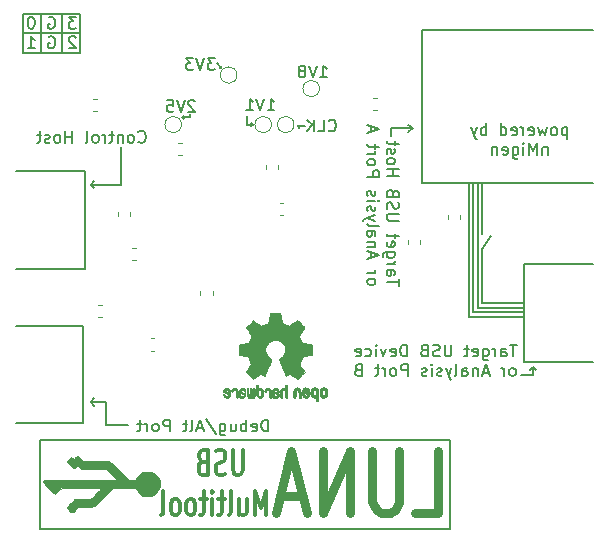
<source format=gbo>
G04 #@! TF.GenerationSoftware,KiCad,Pcbnew,5.1.6*
G04 #@! TF.CreationDate,2020-05-21T11:34:31+02:00*
G04 #@! TF.ProjectId,luna_rev0,6c756e61-5f72-4657-9630-2e6b69636164,r0*
G04 #@! TF.SameCoordinates,Original*
G04 #@! TF.FileFunction,Legend,Bot*
G04 #@! TF.FilePolarity,Positive*
%FSLAX46Y46*%
G04 Gerber Fmt 4.6, Leading zero omitted, Abs format (unit mm)*
G04 Created by KiCad (PCBNEW 5.1.6) date 2020-05-21 11:34:31*
%MOMM*%
%LPD*%
G01*
G04 APERTURE LIST*
%ADD10C,0.150000*%
%ADD11C,0.203200*%
%ADD12C,0.300000*%
%ADD13C,0.750000*%
%ADD14C,0.120000*%
%ADD15C,0.010000*%
G04 APERTURE END LIST*
D10*
X138770809Y-77065714D02*
X138770809Y-78065714D01*
X138770809Y-77113333D02*
X138675571Y-77065714D01*
X138485095Y-77065714D01*
X138389857Y-77113333D01*
X138342238Y-77160952D01*
X138294619Y-77256190D01*
X138294619Y-77541904D01*
X138342238Y-77637142D01*
X138389857Y-77684761D01*
X138485095Y-77732380D01*
X138675571Y-77732380D01*
X138770809Y-77684761D01*
X137723190Y-77732380D02*
X137818428Y-77684761D01*
X137866047Y-77637142D01*
X137913666Y-77541904D01*
X137913666Y-77256190D01*
X137866047Y-77160952D01*
X137818428Y-77113333D01*
X137723190Y-77065714D01*
X137580333Y-77065714D01*
X137485095Y-77113333D01*
X137437476Y-77160952D01*
X137389857Y-77256190D01*
X137389857Y-77541904D01*
X137437476Y-77637142D01*
X137485095Y-77684761D01*
X137580333Y-77732380D01*
X137723190Y-77732380D01*
X137056523Y-77065714D02*
X136866047Y-77732380D01*
X136675571Y-77256190D01*
X136485095Y-77732380D01*
X136294619Y-77065714D01*
X135532714Y-77684761D02*
X135627952Y-77732380D01*
X135818428Y-77732380D01*
X135913666Y-77684761D01*
X135961285Y-77589523D01*
X135961285Y-77208571D01*
X135913666Y-77113333D01*
X135818428Y-77065714D01*
X135627952Y-77065714D01*
X135532714Y-77113333D01*
X135485095Y-77208571D01*
X135485095Y-77303809D01*
X135961285Y-77399047D01*
X135056523Y-77732380D02*
X135056523Y-77065714D01*
X135056523Y-77256190D02*
X135008904Y-77160952D01*
X134961285Y-77113333D01*
X134866047Y-77065714D01*
X134770809Y-77065714D01*
X134056523Y-77684761D02*
X134151761Y-77732380D01*
X134342238Y-77732380D01*
X134437476Y-77684761D01*
X134485095Y-77589523D01*
X134485095Y-77208571D01*
X134437476Y-77113333D01*
X134342238Y-77065714D01*
X134151761Y-77065714D01*
X134056523Y-77113333D01*
X134008904Y-77208571D01*
X134008904Y-77303809D01*
X134485095Y-77399047D01*
X133151761Y-77732380D02*
X133151761Y-76732380D01*
X133151761Y-77684761D02*
X133247000Y-77732380D01*
X133437476Y-77732380D01*
X133532714Y-77684761D01*
X133580333Y-77637142D01*
X133627952Y-77541904D01*
X133627952Y-77256190D01*
X133580333Y-77160952D01*
X133532714Y-77113333D01*
X133437476Y-77065714D01*
X133247000Y-77065714D01*
X133151761Y-77113333D01*
X131913666Y-77732380D02*
X131913666Y-76732380D01*
X131913666Y-77113333D02*
X131818428Y-77065714D01*
X131627952Y-77065714D01*
X131532714Y-77113333D01*
X131485095Y-77160952D01*
X131437476Y-77256190D01*
X131437476Y-77541904D01*
X131485095Y-77637142D01*
X131532714Y-77684761D01*
X131627952Y-77732380D01*
X131818428Y-77732380D01*
X131913666Y-77684761D01*
X131104142Y-77065714D02*
X130866047Y-77732380D01*
X130627952Y-77065714D02*
X130866047Y-77732380D01*
X130961285Y-77970476D01*
X131008904Y-78018095D01*
X131104142Y-78065714D01*
X137104142Y-78715714D02*
X137104142Y-79382380D01*
X137104142Y-78810952D02*
X137056523Y-78763333D01*
X136961285Y-78715714D01*
X136818428Y-78715714D01*
X136723190Y-78763333D01*
X136675571Y-78858571D01*
X136675571Y-79382380D01*
X136199380Y-79382380D02*
X136199380Y-78382380D01*
X135866047Y-79096666D01*
X135532714Y-78382380D01*
X135532714Y-79382380D01*
X135056523Y-79382380D02*
X135056523Y-78715714D01*
X135056523Y-78382380D02*
X135104142Y-78430000D01*
X135056523Y-78477619D01*
X135008904Y-78430000D01*
X135056523Y-78382380D01*
X135056523Y-78477619D01*
X134151761Y-78715714D02*
X134151761Y-79525238D01*
X134199380Y-79620476D01*
X134247000Y-79668095D01*
X134342238Y-79715714D01*
X134485095Y-79715714D01*
X134580333Y-79668095D01*
X134151761Y-79334761D02*
X134247000Y-79382380D01*
X134437476Y-79382380D01*
X134532714Y-79334761D01*
X134580333Y-79287142D01*
X134627952Y-79191904D01*
X134627952Y-78906190D01*
X134580333Y-78810952D01*
X134532714Y-78763333D01*
X134437476Y-78715714D01*
X134247000Y-78715714D01*
X134151761Y-78763333D01*
X133294619Y-79334761D02*
X133389857Y-79382380D01*
X133580333Y-79382380D01*
X133675571Y-79334761D01*
X133723190Y-79239523D01*
X133723190Y-78858571D01*
X133675571Y-78763333D01*
X133580333Y-78715714D01*
X133389857Y-78715714D01*
X133294619Y-78763333D01*
X133247000Y-78858571D01*
X133247000Y-78953809D01*
X133723190Y-79049047D01*
X132818428Y-78715714D02*
X132818428Y-79382380D01*
X132818428Y-78810952D02*
X132770809Y-78763333D01*
X132675571Y-78715714D01*
X132532714Y-78715714D01*
X132437476Y-78763333D01*
X132389857Y-78858571D01*
X132389857Y-79382380D01*
D11*
X106172000Y-76200000D02*
X106299000Y-76327000D01*
X106172000Y-76200000D02*
X106299000Y-76073000D01*
X106807000Y-76200000D02*
X106172000Y-76200000D01*
X106807000Y-75946000D02*
X106807000Y-76200000D01*
D10*
X107235476Y-74858619D02*
X107187857Y-74811000D01*
X107092619Y-74763380D01*
X106854523Y-74763380D01*
X106759285Y-74811000D01*
X106711666Y-74858619D01*
X106664047Y-74953857D01*
X106664047Y-75049095D01*
X106711666Y-75191952D01*
X107283095Y-75763380D01*
X106664047Y-75763380D01*
X106378333Y-74763380D02*
X106045000Y-75763380D01*
X105711666Y-74763380D01*
X104902142Y-74763380D02*
X105378333Y-74763380D01*
X105425952Y-75239571D01*
X105378333Y-75191952D01*
X105283095Y-75144333D01*
X105045000Y-75144333D01*
X104949761Y-75191952D01*
X104902142Y-75239571D01*
X104854523Y-75334809D01*
X104854523Y-75572904D01*
X104902142Y-75668142D01*
X104949761Y-75715761D01*
X105045000Y-75763380D01*
X105283095Y-75763380D01*
X105378333Y-75715761D01*
X105425952Y-75668142D01*
D11*
X109474000Y-72009000D02*
X109347000Y-72009000D01*
X109474000Y-72009000D02*
X109474000Y-71882000D01*
X109093000Y-71628000D02*
X109474000Y-72009000D01*
D10*
X108934095Y-71207380D02*
X108315047Y-71207380D01*
X108648380Y-71588333D01*
X108505523Y-71588333D01*
X108410285Y-71635952D01*
X108362666Y-71683571D01*
X108315047Y-71778809D01*
X108315047Y-72016904D01*
X108362666Y-72112142D01*
X108410285Y-72159761D01*
X108505523Y-72207380D01*
X108791238Y-72207380D01*
X108886476Y-72159761D01*
X108934095Y-72112142D01*
X108029333Y-71207380D02*
X107696000Y-72207380D01*
X107362666Y-71207380D01*
X107124571Y-71207380D02*
X106505523Y-71207380D01*
X106838857Y-71588333D01*
X106696000Y-71588333D01*
X106600761Y-71635952D01*
X106553142Y-71683571D01*
X106505523Y-71778809D01*
X106505523Y-72016904D01*
X106553142Y-72112142D01*
X106600761Y-72159761D01*
X106696000Y-72207380D01*
X106981714Y-72207380D01*
X107076952Y-72159761D01*
X107124571Y-72112142D01*
X113395047Y-75636380D02*
X113966476Y-75636380D01*
X113680761Y-75636380D02*
X113680761Y-74636380D01*
X113776000Y-74779238D01*
X113871238Y-74874476D01*
X113966476Y-74922095D01*
X113109333Y-74636380D02*
X112776000Y-75636380D01*
X112442666Y-74636380D01*
X111585523Y-75636380D02*
X112156952Y-75636380D01*
X111871238Y-75636380D02*
X111871238Y-74636380D01*
X111966476Y-74779238D01*
X112061714Y-74874476D01*
X112156952Y-74922095D01*
X117840047Y-72842380D02*
X118411476Y-72842380D01*
X118125761Y-72842380D02*
X118125761Y-71842380D01*
X118221000Y-71985238D01*
X118316238Y-72080476D01*
X118411476Y-72128095D01*
X117554333Y-71842380D02*
X117221000Y-72842380D01*
X116887666Y-71842380D01*
X116411476Y-72270952D02*
X116506714Y-72223333D01*
X116554333Y-72175714D01*
X116601952Y-72080476D01*
X116601952Y-72032857D01*
X116554333Y-71937619D01*
X116506714Y-71890000D01*
X116411476Y-71842380D01*
X116221000Y-71842380D01*
X116125761Y-71890000D01*
X116078142Y-71937619D01*
X116030523Y-72032857D01*
X116030523Y-72080476D01*
X116078142Y-72175714D01*
X116125761Y-72223333D01*
X116221000Y-72270952D01*
X116411476Y-72270952D01*
X116506714Y-72318571D01*
X116554333Y-72366190D01*
X116601952Y-72461428D01*
X116601952Y-72651904D01*
X116554333Y-72747142D01*
X116506714Y-72794761D01*
X116411476Y-72842380D01*
X116221000Y-72842380D01*
X116125761Y-72794761D01*
X116078142Y-72747142D01*
X116030523Y-72651904D01*
X116030523Y-72461428D01*
X116078142Y-72366190D01*
X116125761Y-72318571D01*
X116221000Y-72270952D01*
X118578238Y-77319142D02*
X118625857Y-77366761D01*
X118768714Y-77414380D01*
X118863952Y-77414380D01*
X119006809Y-77366761D01*
X119102047Y-77271523D01*
X119149666Y-77176285D01*
X119197285Y-76985809D01*
X119197285Y-76842952D01*
X119149666Y-76652476D01*
X119102047Y-76557238D01*
X119006809Y-76462000D01*
X118863952Y-76414380D01*
X118768714Y-76414380D01*
X118625857Y-76462000D01*
X118578238Y-76509619D01*
X117673476Y-77414380D02*
X118149666Y-77414380D01*
X118149666Y-76414380D01*
X117340142Y-77414380D02*
X117340142Y-76414380D01*
X116768714Y-77414380D02*
X117197285Y-76842952D01*
X116768714Y-76414380D02*
X117340142Y-76985809D01*
D11*
X96012000Y-67564000D02*
X96012000Y-70739000D01*
X94234000Y-67437000D02*
X94234000Y-70739000D01*
X92710000Y-70739000D02*
X92710000Y-69088000D01*
X97536000Y-70739000D02*
X92710000Y-70739000D01*
X97536000Y-69088000D02*
X97536000Y-70739000D01*
X97536000Y-67437000D02*
X97536000Y-69088000D01*
X92710000Y-67437000D02*
X97536000Y-67437000D01*
X92710000Y-69088000D02*
X92710000Y-67437000D01*
X97536000Y-69088000D02*
X92710000Y-69088000D01*
D10*
X97194428Y-67715380D02*
X96575380Y-67715380D01*
X96908714Y-68096333D01*
X96765857Y-68096333D01*
X96670619Y-68143952D01*
X96623000Y-68191571D01*
X96575380Y-68286809D01*
X96575380Y-68524904D01*
X96623000Y-68620142D01*
X96670619Y-68667761D01*
X96765857Y-68715380D01*
X97051571Y-68715380D01*
X97146809Y-68667761D01*
X97194428Y-68620142D01*
X94861095Y-67763000D02*
X94956333Y-67715380D01*
X95099190Y-67715380D01*
X95242047Y-67763000D01*
X95337285Y-67858238D01*
X95384904Y-67953476D01*
X95432523Y-68143952D01*
X95432523Y-68286809D01*
X95384904Y-68477285D01*
X95337285Y-68572523D01*
X95242047Y-68667761D01*
X95099190Y-68715380D01*
X95003952Y-68715380D01*
X94861095Y-68667761D01*
X94813476Y-68620142D01*
X94813476Y-68286809D01*
X95003952Y-68286809D01*
X93432523Y-67715380D02*
X93337285Y-67715380D01*
X93242047Y-67763000D01*
X93194428Y-67810619D01*
X93146809Y-67905857D01*
X93099190Y-68096333D01*
X93099190Y-68334428D01*
X93146809Y-68524904D01*
X93194428Y-68620142D01*
X93242047Y-68667761D01*
X93337285Y-68715380D01*
X93432523Y-68715380D01*
X93527761Y-68667761D01*
X93575380Y-68620142D01*
X93623000Y-68524904D01*
X93670619Y-68334428D01*
X93670619Y-68096333D01*
X93623000Y-67905857D01*
X93575380Y-67810619D01*
X93527761Y-67763000D01*
X93432523Y-67715380D01*
X97146809Y-69460619D02*
X97099190Y-69413000D01*
X97003952Y-69365380D01*
X96765857Y-69365380D01*
X96670619Y-69413000D01*
X96623000Y-69460619D01*
X96575380Y-69555857D01*
X96575380Y-69651095D01*
X96623000Y-69793952D01*
X97194428Y-70365380D01*
X96575380Y-70365380D01*
X94861095Y-69413000D02*
X94956333Y-69365380D01*
X95099190Y-69365380D01*
X95242047Y-69413000D01*
X95337285Y-69508238D01*
X95384904Y-69603476D01*
X95432523Y-69793952D01*
X95432523Y-69936809D01*
X95384904Y-70127285D01*
X95337285Y-70222523D01*
X95242047Y-70317761D01*
X95099190Y-70365380D01*
X95003952Y-70365380D01*
X94861095Y-70317761D01*
X94813476Y-70270142D01*
X94813476Y-69936809D01*
X95003952Y-69936809D01*
X93099190Y-70365380D02*
X93670619Y-70365380D01*
X93384904Y-70365380D02*
X93384904Y-69365380D01*
X93480142Y-69508238D01*
X93575380Y-69603476D01*
X93670619Y-69651095D01*
D11*
X112141000Y-76835000D02*
X112014000Y-76708000D01*
X111887000Y-76835000D02*
X111633000Y-76835000D01*
X112141000Y-76835000D02*
X112014000Y-76962000D01*
X111887000Y-76835000D02*
X112141000Y-76835000D01*
X111633000Y-76073000D02*
X111633000Y-76835000D01*
X115951000Y-76962000D02*
X116078000Y-77089000D01*
X116078000Y-76835000D02*
X115951000Y-76962000D01*
X115951000Y-76962000D02*
X116078000Y-76835000D01*
X116586000Y-76962000D02*
X115951000Y-76962000D01*
D10*
X102470976Y-78271642D02*
X102518595Y-78319261D01*
X102661452Y-78366880D01*
X102756690Y-78366880D01*
X102899547Y-78319261D01*
X102994785Y-78224023D01*
X103042404Y-78128785D01*
X103090023Y-77938309D01*
X103090023Y-77795452D01*
X103042404Y-77604976D01*
X102994785Y-77509738D01*
X102899547Y-77414500D01*
X102756690Y-77366880D01*
X102661452Y-77366880D01*
X102518595Y-77414500D01*
X102470976Y-77462119D01*
X101899547Y-78366880D02*
X101994785Y-78319261D01*
X102042404Y-78271642D01*
X102090023Y-78176404D01*
X102090023Y-77890690D01*
X102042404Y-77795452D01*
X101994785Y-77747833D01*
X101899547Y-77700214D01*
X101756690Y-77700214D01*
X101661452Y-77747833D01*
X101613833Y-77795452D01*
X101566214Y-77890690D01*
X101566214Y-78176404D01*
X101613833Y-78271642D01*
X101661452Y-78319261D01*
X101756690Y-78366880D01*
X101899547Y-78366880D01*
X101137642Y-77700214D02*
X101137642Y-78366880D01*
X101137642Y-77795452D02*
X101090023Y-77747833D01*
X100994785Y-77700214D01*
X100851928Y-77700214D01*
X100756690Y-77747833D01*
X100709071Y-77843071D01*
X100709071Y-78366880D01*
X100375738Y-77700214D02*
X99994785Y-77700214D01*
X100232880Y-77366880D02*
X100232880Y-78224023D01*
X100185261Y-78319261D01*
X100090023Y-78366880D01*
X99994785Y-78366880D01*
X99661452Y-78366880D02*
X99661452Y-77700214D01*
X99661452Y-77890690D02*
X99613833Y-77795452D01*
X99566214Y-77747833D01*
X99470976Y-77700214D01*
X99375738Y-77700214D01*
X98899547Y-78366880D02*
X98994785Y-78319261D01*
X99042404Y-78271642D01*
X99090023Y-78176404D01*
X99090023Y-77890690D01*
X99042404Y-77795452D01*
X98994785Y-77747833D01*
X98899547Y-77700214D01*
X98756690Y-77700214D01*
X98661452Y-77747833D01*
X98613833Y-77795452D01*
X98566214Y-77890690D01*
X98566214Y-78176404D01*
X98613833Y-78271642D01*
X98661452Y-78319261D01*
X98756690Y-78366880D01*
X98899547Y-78366880D01*
X97994785Y-78366880D02*
X98090023Y-78319261D01*
X98137642Y-78224023D01*
X98137642Y-77366880D01*
X96851928Y-78366880D02*
X96851928Y-77366880D01*
X96851928Y-77843071D02*
X96280500Y-77843071D01*
X96280500Y-78366880D02*
X96280500Y-77366880D01*
X95661452Y-78366880D02*
X95756690Y-78319261D01*
X95804309Y-78271642D01*
X95851928Y-78176404D01*
X95851928Y-77890690D01*
X95804309Y-77795452D01*
X95756690Y-77747833D01*
X95661452Y-77700214D01*
X95518595Y-77700214D01*
X95423357Y-77747833D01*
X95375738Y-77795452D01*
X95328119Y-77890690D01*
X95328119Y-78176404D01*
X95375738Y-78271642D01*
X95423357Y-78319261D01*
X95518595Y-78366880D01*
X95661452Y-78366880D01*
X94947166Y-78319261D02*
X94851928Y-78366880D01*
X94661452Y-78366880D01*
X94566214Y-78319261D01*
X94518595Y-78224023D01*
X94518595Y-78176404D01*
X94566214Y-78081166D01*
X94661452Y-78033547D01*
X94804309Y-78033547D01*
X94899547Y-77985928D01*
X94947166Y-77890690D01*
X94947166Y-77843071D01*
X94899547Y-77747833D01*
X94804309Y-77700214D01*
X94661452Y-77700214D01*
X94566214Y-77747833D01*
X94232880Y-77700214D02*
X93851928Y-77700214D01*
X94090023Y-77366880D02*
X94090023Y-78224023D01*
X94042404Y-78319261D01*
X93947166Y-78366880D01*
X93851928Y-78366880D01*
D11*
X94107000Y-103505000D02*
X128841500Y-103505000D01*
X98425000Y-81915000D02*
X98742500Y-82232500D01*
X98425000Y-81915000D02*
X98742500Y-81597500D01*
X99060000Y-81915000D02*
X98425000Y-81915000D01*
X100965000Y-81915000D02*
X99060000Y-81915000D01*
X100965000Y-78740000D02*
X100965000Y-81915000D01*
X98425000Y-100330000D02*
X98742500Y-100647500D01*
X98425000Y-100330000D02*
X98742500Y-100012500D01*
X99695000Y-100330000D02*
X98425000Y-100330000D01*
X99695000Y-102235000D02*
X99695000Y-100330000D01*
X101600000Y-102235000D02*
X99695000Y-102235000D01*
X123825000Y-77152500D02*
X123825000Y-77787500D01*
X125730000Y-77152500D02*
X123825000Y-77152500D01*
X125730000Y-77152500D02*
X125285500Y-77470000D01*
X125730000Y-77152500D02*
X125285500Y-76835000D01*
D10*
X124499119Y-90485261D02*
X124499119Y-89913833D01*
X123499119Y-90199547D02*
X124499119Y-90199547D01*
X123499119Y-89151928D02*
X124022928Y-89151928D01*
X124118166Y-89199547D01*
X124165785Y-89294785D01*
X124165785Y-89485261D01*
X124118166Y-89580500D01*
X123546738Y-89151928D02*
X123499119Y-89247166D01*
X123499119Y-89485261D01*
X123546738Y-89580500D01*
X123641976Y-89628119D01*
X123737214Y-89628119D01*
X123832452Y-89580500D01*
X123880071Y-89485261D01*
X123880071Y-89247166D01*
X123927690Y-89151928D01*
X123499119Y-88675738D02*
X124165785Y-88675738D01*
X123975309Y-88675738D02*
X124070547Y-88628119D01*
X124118166Y-88580500D01*
X124165785Y-88485261D01*
X124165785Y-88390023D01*
X124165785Y-87628119D02*
X123356261Y-87628119D01*
X123261023Y-87675738D01*
X123213404Y-87723357D01*
X123165785Y-87818595D01*
X123165785Y-87961452D01*
X123213404Y-88056690D01*
X123546738Y-87628119D02*
X123499119Y-87723357D01*
X123499119Y-87913833D01*
X123546738Y-88009071D01*
X123594357Y-88056690D01*
X123689595Y-88104309D01*
X123975309Y-88104309D01*
X124070547Y-88056690D01*
X124118166Y-88009071D01*
X124165785Y-87913833D01*
X124165785Y-87723357D01*
X124118166Y-87628119D01*
X123546738Y-86770976D02*
X123499119Y-86866214D01*
X123499119Y-87056690D01*
X123546738Y-87151928D01*
X123641976Y-87199547D01*
X124022928Y-87199547D01*
X124118166Y-87151928D01*
X124165785Y-87056690D01*
X124165785Y-86866214D01*
X124118166Y-86770976D01*
X124022928Y-86723357D01*
X123927690Y-86723357D01*
X123832452Y-87199547D01*
X124165785Y-86437642D02*
X124165785Y-86056690D01*
X124499119Y-86294785D02*
X123641976Y-86294785D01*
X123546738Y-86247166D01*
X123499119Y-86151928D01*
X123499119Y-86056690D01*
X124499119Y-84961452D02*
X123689595Y-84961452D01*
X123594357Y-84913833D01*
X123546738Y-84866214D01*
X123499119Y-84770976D01*
X123499119Y-84580500D01*
X123546738Y-84485261D01*
X123594357Y-84437642D01*
X123689595Y-84390023D01*
X124499119Y-84390023D01*
X123546738Y-83961452D02*
X123499119Y-83818595D01*
X123499119Y-83580500D01*
X123546738Y-83485261D01*
X123594357Y-83437642D01*
X123689595Y-83390023D01*
X123784833Y-83390023D01*
X123880071Y-83437642D01*
X123927690Y-83485261D01*
X123975309Y-83580500D01*
X124022928Y-83770976D01*
X124070547Y-83866214D01*
X124118166Y-83913833D01*
X124213404Y-83961452D01*
X124308642Y-83961452D01*
X124403880Y-83913833D01*
X124451500Y-83866214D01*
X124499119Y-83770976D01*
X124499119Y-83532880D01*
X124451500Y-83390023D01*
X124022928Y-82628119D02*
X123975309Y-82485261D01*
X123927690Y-82437642D01*
X123832452Y-82390023D01*
X123689595Y-82390023D01*
X123594357Y-82437642D01*
X123546738Y-82485261D01*
X123499119Y-82580500D01*
X123499119Y-82961452D01*
X124499119Y-82961452D01*
X124499119Y-82628119D01*
X124451500Y-82532880D01*
X124403880Y-82485261D01*
X124308642Y-82437642D01*
X124213404Y-82437642D01*
X124118166Y-82485261D01*
X124070547Y-82532880D01*
X124022928Y-82628119D01*
X124022928Y-82961452D01*
X123499119Y-81199547D02*
X124499119Y-81199547D01*
X124022928Y-81199547D02*
X124022928Y-80628119D01*
X123499119Y-80628119D02*
X124499119Y-80628119D01*
X123499119Y-80009071D02*
X123546738Y-80104309D01*
X123594357Y-80151928D01*
X123689595Y-80199547D01*
X123975309Y-80199547D01*
X124070547Y-80151928D01*
X124118166Y-80104309D01*
X124165785Y-80009071D01*
X124165785Y-79866214D01*
X124118166Y-79770976D01*
X124070547Y-79723357D01*
X123975309Y-79675738D01*
X123689595Y-79675738D01*
X123594357Y-79723357D01*
X123546738Y-79770976D01*
X123499119Y-79866214D01*
X123499119Y-80009071D01*
X123546738Y-79294785D02*
X123499119Y-79199547D01*
X123499119Y-79009071D01*
X123546738Y-78913833D01*
X123641976Y-78866214D01*
X123689595Y-78866214D01*
X123784833Y-78913833D01*
X123832452Y-79009071D01*
X123832452Y-79151928D01*
X123880071Y-79247166D01*
X123975309Y-79294785D01*
X124022928Y-79294785D01*
X124118166Y-79247166D01*
X124165785Y-79151928D01*
X124165785Y-79009071D01*
X124118166Y-78913833D01*
X124165785Y-78580500D02*
X124165785Y-78199547D01*
X124499119Y-78437642D02*
X123641976Y-78437642D01*
X123546738Y-78390023D01*
X123499119Y-78294785D01*
X123499119Y-78199547D01*
X121849119Y-90199547D02*
X121896738Y-90294785D01*
X121944357Y-90342404D01*
X122039595Y-90390023D01*
X122325309Y-90390023D01*
X122420547Y-90342404D01*
X122468166Y-90294785D01*
X122515785Y-90199547D01*
X122515785Y-90056690D01*
X122468166Y-89961452D01*
X122420547Y-89913833D01*
X122325309Y-89866214D01*
X122039595Y-89866214D01*
X121944357Y-89913833D01*
X121896738Y-89961452D01*
X121849119Y-90056690D01*
X121849119Y-90199547D01*
X121849119Y-89437642D02*
X122515785Y-89437642D01*
X122325309Y-89437642D02*
X122420547Y-89390023D01*
X122468166Y-89342404D01*
X122515785Y-89247166D01*
X122515785Y-89151928D01*
X122134833Y-88104309D02*
X122134833Y-87628119D01*
X121849119Y-88199547D02*
X122849119Y-87866214D01*
X121849119Y-87532880D01*
X122515785Y-87199547D02*
X121849119Y-87199547D01*
X122420547Y-87199547D02*
X122468166Y-87151928D01*
X122515785Y-87056690D01*
X122515785Y-86913833D01*
X122468166Y-86818595D01*
X122372928Y-86770976D01*
X121849119Y-86770976D01*
X121849119Y-85866214D02*
X122372928Y-85866214D01*
X122468166Y-85913833D01*
X122515785Y-86009071D01*
X122515785Y-86199547D01*
X122468166Y-86294785D01*
X121896738Y-85866214D02*
X121849119Y-85961452D01*
X121849119Y-86199547D01*
X121896738Y-86294785D01*
X121991976Y-86342404D01*
X122087214Y-86342404D01*
X122182452Y-86294785D01*
X122230071Y-86199547D01*
X122230071Y-85961452D01*
X122277690Y-85866214D01*
X121849119Y-85247166D02*
X121896738Y-85342404D01*
X121991976Y-85390023D01*
X122849119Y-85390023D01*
X122515785Y-84961452D02*
X121849119Y-84723357D01*
X122515785Y-84485261D02*
X121849119Y-84723357D01*
X121611023Y-84818595D01*
X121563404Y-84866214D01*
X121515785Y-84961452D01*
X121896738Y-84151928D02*
X121849119Y-84056690D01*
X121849119Y-83866214D01*
X121896738Y-83770976D01*
X121991976Y-83723357D01*
X122039595Y-83723357D01*
X122134833Y-83770976D01*
X122182452Y-83866214D01*
X122182452Y-84009071D01*
X122230071Y-84104309D01*
X122325309Y-84151928D01*
X122372928Y-84151928D01*
X122468166Y-84104309D01*
X122515785Y-84009071D01*
X122515785Y-83866214D01*
X122468166Y-83770976D01*
X121849119Y-83294785D02*
X122515785Y-83294785D01*
X122849119Y-83294785D02*
X122801500Y-83342404D01*
X122753880Y-83294785D01*
X122801500Y-83247166D01*
X122849119Y-83294785D01*
X122753880Y-83294785D01*
X121896738Y-82866214D02*
X121849119Y-82770976D01*
X121849119Y-82580500D01*
X121896738Y-82485261D01*
X121991976Y-82437642D01*
X122039595Y-82437642D01*
X122134833Y-82485261D01*
X122182452Y-82580500D01*
X122182452Y-82723357D01*
X122230071Y-82818595D01*
X122325309Y-82866214D01*
X122372928Y-82866214D01*
X122468166Y-82818595D01*
X122515785Y-82723357D01*
X122515785Y-82580500D01*
X122468166Y-82485261D01*
X121849119Y-81247166D02*
X122849119Y-81247166D01*
X122849119Y-80866214D01*
X122801500Y-80770976D01*
X122753880Y-80723357D01*
X122658642Y-80675738D01*
X122515785Y-80675738D01*
X122420547Y-80723357D01*
X122372928Y-80770976D01*
X122325309Y-80866214D01*
X122325309Y-81247166D01*
X121849119Y-80104309D02*
X121896738Y-80199547D01*
X121944357Y-80247166D01*
X122039595Y-80294785D01*
X122325309Y-80294785D01*
X122420547Y-80247166D01*
X122468166Y-80199547D01*
X122515785Y-80104309D01*
X122515785Y-79961452D01*
X122468166Y-79866214D01*
X122420547Y-79818595D01*
X122325309Y-79770976D01*
X122039595Y-79770976D01*
X121944357Y-79818595D01*
X121896738Y-79866214D01*
X121849119Y-79961452D01*
X121849119Y-80104309D01*
X121849119Y-79342404D02*
X122515785Y-79342404D01*
X122325309Y-79342404D02*
X122420547Y-79294785D01*
X122468166Y-79247166D01*
X122515785Y-79151928D01*
X122515785Y-79056690D01*
X122515785Y-78866214D02*
X122515785Y-78485261D01*
X122849119Y-78723357D02*
X121991976Y-78723357D01*
X121896738Y-78675738D01*
X121849119Y-78580500D01*
X121849119Y-78485261D01*
X122134833Y-77437642D02*
X122134833Y-76961452D01*
X121849119Y-77532880D02*
X122849119Y-77199547D01*
X121849119Y-76866214D01*
D11*
X135890000Y-97345500D02*
X135636000Y-97599500D01*
X135890000Y-97345500D02*
X136144000Y-97599500D01*
X135890000Y-98044000D02*
X134874000Y-98044000D01*
X135890000Y-97790000D02*
X135890000Y-98044000D01*
X135890000Y-97790000D02*
X135890000Y-97345500D01*
X128841500Y-111061500D02*
X128841500Y-103505000D01*
X94107000Y-111061500D02*
X128841500Y-111061500D01*
X94107000Y-103505000D02*
X94107000Y-111061500D01*
D12*
X111284642Y-104376500D02*
X111284642Y-106076500D01*
X111215595Y-106276500D01*
X111146547Y-106376500D01*
X111008452Y-106476500D01*
X110732261Y-106476500D01*
X110594166Y-106376500D01*
X110525119Y-106276500D01*
X110456071Y-106076500D01*
X110456071Y-104376500D01*
X109834642Y-106376500D02*
X109627500Y-106476500D01*
X109282261Y-106476500D01*
X109144166Y-106376500D01*
X109075119Y-106276500D01*
X109006071Y-106076500D01*
X109006071Y-105876500D01*
X109075119Y-105676500D01*
X109144166Y-105576500D01*
X109282261Y-105476500D01*
X109558452Y-105376500D01*
X109696547Y-105276500D01*
X109765595Y-105176500D01*
X109834642Y-104976500D01*
X109834642Y-104776500D01*
X109765595Y-104576500D01*
X109696547Y-104476500D01*
X109558452Y-104376500D01*
X109213214Y-104376500D01*
X109006071Y-104476500D01*
X107901309Y-105376500D02*
X107694166Y-105476500D01*
X107625119Y-105576500D01*
X107556071Y-105776500D01*
X107556071Y-106076500D01*
X107625119Y-106276500D01*
X107694166Y-106376500D01*
X107832261Y-106476500D01*
X108384642Y-106476500D01*
X108384642Y-104376500D01*
X107901309Y-104376500D01*
X107763214Y-104476500D01*
X107694166Y-104576500D01*
X107625119Y-104776500D01*
X107625119Y-104976500D01*
X107694166Y-105176500D01*
X107763214Y-105276500D01*
X107901309Y-105376500D01*
X108384642Y-105376500D01*
X113287023Y-109926500D02*
X113287023Y-107826500D01*
X112803690Y-109326500D01*
X112320357Y-107826500D01*
X112320357Y-109926500D01*
X111008452Y-108526500D02*
X111008452Y-109926500D01*
X111629880Y-108526500D02*
X111629880Y-109626500D01*
X111560833Y-109826500D01*
X111422738Y-109926500D01*
X111215595Y-109926500D01*
X111077500Y-109826500D01*
X111008452Y-109726500D01*
X110110833Y-109926500D02*
X110248928Y-109826500D01*
X110317976Y-109626500D01*
X110317976Y-107826500D01*
X109765595Y-108526500D02*
X109213214Y-108526500D01*
X109558452Y-107826500D02*
X109558452Y-109626500D01*
X109489404Y-109826500D01*
X109351309Y-109926500D01*
X109213214Y-109926500D01*
X108729880Y-109926500D02*
X108729880Y-108526500D01*
X108729880Y-107826500D02*
X108798928Y-107926500D01*
X108729880Y-108026500D01*
X108660833Y-107926500D01*
X108729880Y-107826500D01*
X108729880Y-108026500D01*
X108246547Y-108526500D02*
X107694166Y-108526500D01*
X108039404Y-107826500D02*
X108039404Y-109626500D01*
X107970357Y-109826500D01*
X107832261Y-109926500D01*
X107694166Y-109926500D01*
X107003690Y-109926500D02*
X107141785Y-109826500D01*
X107210833Y-109726500D01*
X107279880Y-109526500D01*
X107279880Y-108926500D01*
X107210833Y-108726500D01*
X107141785Y-108626500D01*
X107003690Y-108526500D01*
X106796547Y-108526500D01*
X106658452Y-108626500D01*
X106589404Y-108726500D01*
X106520357Y-108926500D01*
X106520357Y-109526500D01*
X106589404Y-109726500D01*
X106658452Y-109826500D01*
X106796547Y-109926500D01*
X107003690Y-109926500D01*
X105691785Y-109926500D02*
X105829880Y-109826500D01*
X105898928Y-109726500D01*
X105967976Y-109526500D01*
X105967976Y-108926500D01*
X105898928Y-108726500D01*
X105829880Y-108626500D01*
X105691785Y-108526500D01*
X105484642Y-108526500D01*
X105346547Y-108626500D01*
X105277500Y-108726500D01*
X105208452Y-108926500D01*
X105208452Y-109526500D01*
X105277500Y-109726500D01*
X105346547Y-109826500D01*
X105484642Y-109926500D01*
X105691785Y-109926500D01*
X104379880Y-109926500D02*
X104517976Y-109826500D01*
X104587023Y-109626500D01*
X104587023Y-107826500D01*
D13*
X125888166Y-109753500D02*
X127792928Y-109753500D01*
X127792928Y-104503500D01*
X124554833Y-104503500D02*
X124554833Y-108753500D01*
X124364357Y-109253500D01*
X124173880Y-109503500D01*
X123792928Y-109753500D01*
X123031023Y-109753500D01*
X122650071Y-109503500D01*
X122459595Y-109253500D01*
X122269119Y-108753500D01*
X122269119Y-104503500D01*
X120364357Y-109753500D02*
X120364357Y-104503500D01*
X118078642Y-109753500D01*
X118078642Y-104503500D01*
X116364357Y-108253500D02*
X114459595Y-108253500D01*
X116745309Y-109753500D02*
X115411976Y-104503500D01*
X114078642Y-109753500D01*
D10*
X113456404Y-102814380D02*
X113456404Y-101814380D01*
X113218309Y-101814380D01*
X113075452Y-101862000D01*
X112980214Y-101957238D01*
X112932595Y-102052476D01*
X112884976Y-102242952D01*
X112884976Y-102385809D01*
X112932595Y-102576285D01*
X112980214Y-102671523D01*
X113075452Y-102766761D01*
X113218309Y-102814380D01*
X113456404Y-102814380D01*
X112075452Y-102766761D02*
X112170690Y-102814380D01*
X112361166Y-102814380D01*
X112456404Y-102766761D01*
X112504023Y-102671523D01*
X112504023Y-102290571D01*
X112456404Y-102195333D01*
X112361166Y-102147714D01*
X112170690Y-102147714D01*
X112075452Y-102195333D01*
X112027833Y-102290571D01*
X112027833Y-102385809D01*
X112504023Y-102481047D01*
X111599261Y-102814380D02*
X111599261Y-101814380D01*
X111599261Y-102195333D02*
X111504023Y-102147714D01*
X111313547Y-102147714D01*
X111218309Y-102195333D01*
X111170690Y-102242952D01*
X111123071Y-102338190D01*
X111123071Y-102623904D01*
X111170690Y-102719142D01*
X111218309Y-102766761D01*
X111313547Y-102814380D01*
X111504023Y-102814380D01*
X111599261Y-102766761D01*
X110265928Y-102147714D02*
X110265928Y-102814380D01*
X110694500Y-102147714D02*
X110694500Y-102671523D01*
X110646880Y-102766761D01*
X110551642Y-102814380D01*
X110408785Y-102814380D01*
X110313547Y-102766761D01*
X110265928Y-102719142D01*
X109361166Y-102147714D02*
X109361166Y-102957238D01*
X109408785Y-103052476D01*
X109456404Y-103100095D01*
X109551642Y-103147714D01*
X109694500Y-103147714D01*
X109789738Y-103100095D01*
X109361166Y-102766761D02*
X109456404Y-102814380D01*
X109646880Y-102814380D01*
X109742119Y-102766761D01*
X109789738Y-102719142D01*
X109837357Y-102623904D01*
X109837357Y-102338190D01*
X109789738Y-102242952D01*
X109742119Y-102195333D01*
X109646880Y-102147714D01*
X109456404Y-102147714D01*
X109361166Y-102195333D01*
X108170690Y-101766761D02*
X109027833Y-103052476D01*
X107884976Y-102528666D02*
X107408785Y-102528666D01*
X107980214Y-102814380D02*
X107646880Y-101814380D01*
X107313547Y-102814380D01*
X106837357Y-102814380D02*
X106932595Y-102766761D01*
X106980214Y-102671523D01*
X106980214Y-101814380D01*
X106599261Y-102147714D02*
X106218309Y-102147714D01*
X106456404Y-101814380D02*
X106456404Y-102671523D01*
X106408785Y-102766761D01*
X106313547Y-102814380D01*
X106218309Y-102814380D01*
X105123071Y-102814380D02*
X105123071Y-101814380D01*
X104742119Y-101814380D01*
X104646880Y-101862000D01*
X104599261Y-101909619D01*
X104551642Y-102004857D01*
X104551642Y-102147714D01*
X104599261Y-102242952D01*
X104646880Y-102290571D01*
X104742119Y-102338190D01*
X105123071Y-102338190D01*
X103980214Y-102814380D02*
X104075452Y-102766761D01*
X104123071Y-102719142D01*
X104170690Y-102623904D01*
X104170690Y-102338190D01*
X104123071Y-102242952D01*
X104075452Y-102195333D01*
X103980214Y-102147714D01*
X103837357Y-102147714D01*
X103742119Y-102195333D01*
X103694500Y-102242952D01*
X103646880Y-102338190D01*
X103646880Y-102623904D01*
X103694500Y-102719142D01*
X103742119Y-102766761D01*
X103837357Y-102814380D01*
X103980214Y-102814380D01*
X103218309Y-102814380D02*
X103218309Y-102147714D01*
X103218309Y-102338190D02*
X103170690Y-102242952D01*
X103123071Y-102195333D01*
X103027833Y-102147714D01*
X102932595Y-102147714D01*
X102742119Y-102147714D02*
X102361166Y-102147714D01*
X102599261Y-101814380D02*
X102599261Y-102671523D01*
X102551642Y-102766761D01*
X102456404Y-102814380D01*
X102361166Y-102814380D01*
X134490761Y-95464880D02*
X133919333Y-95464880D01*
X134205047Y-96464880D02*
X134205047Y-95464880D01*
X133157428Y-96464880D02*
X133157428Y-95941071D01*
X133205047Y-95845833D01*
X133300285Y-95798214D01*
X133490761Y-95798214D01*
X133586000Y-95845833D01*
X133157428Y-96417261D02*
X133252666Y-96464880D01*
X133490761Y-96464880D01*
X133586000Y-96417261D01*
X133633619Y-96322023D01*
X133633619Y-96226785D01*
X133586000Y-96131547D01*
X133490761Y-96083928D01*
X133252666Y-96083928D01*
X133157428Y-96036309D01*
X132681238Y-96464880D02*
X132681238Y-95798214D01*
X132681238Y-95988690D02*
X132633619Y-95893452D01*
X132586000Y-95845833D01*
X132490761Y-95798214D01*
X132395523Y-95798214D01*
X131633619Y-95798214D02*
X131633619Y-96607738D01*
X131681238Y-96702976D01*
X131728857Y-96750595D01*
X131824095Y-96798214D01*
X131966952Y-96798214D01*
X132062190Y-96750595D01*
X131633619Y-96417261D02*
X131728857Y-96464880D01*
X131919333Y-96464880D01*
X132014571Y-96417261D01*
X132062190Y-96369642D01*
X132109809Y-96274404D01*
X132109809Y-95988690D01*
X132062190Y-95893452D01*
X132014571Y-95845833D01*
X131919333Y-95798214D01*
X131728857Y-95798214D01*
X131633619Y-95845833D01*
X130776476Y-96417261D02*
X130871714Y-96464880D01*
X131062190Y-96464880D01*
X131157428Y-96417261D01*
X131205047Y-96322023D01*
X131205047Y-95941071D01*
X131157428Y-95845833D01*
X131062190Y-95798214D01*
X130871714Y-95798214D01*
X130776476Y-95845833D01*
X130728857Y-95941071D01*
X130728857Y-96036309D01*
X131205047Y-96131547D01*
X130443142Y-95798214D02*
X130062190Y-95798214D01*
X130300285Y-95464880D02*
X130300285Y-96322023D01*
X130252666Y-96417261D01*
X130157428Y-96464880D01*
X130062190Y-96464880D01*
X128966952Y-95464880D02*
X128966952Y-96274404D01*
X128919333Y-96369642D01*
X128871714Y-96417261D01*
X128776476Y-96464880D01*
X128586000Y-96464880D01*
X128490761Y-96417261D01*
X128443142Y-96369642D01*
X128395523Y-96274404D01*
X128395523Y-95464880D01*
X127966952Y-96417261D02*
X127824095Y-96464880D01*
X127586000Y-96464880D01*
X127490761Y-96417261D01*
X127443142Y-96369642D01*
X127395523Y-96274404D01*
X127395523Y-96179166D01*
X127443142Y-96083928D01*
X127490761Y-96036309D01*
X127586000Y-95988690D01*
X127776476Y-95941071D01*
X127871714Y-95893452D01*
X127919333Y-95845833D01*
X127966952Y-95750595D01*
X127966952Y-95655357D01*
X127919333Y-95560119D01*
X127871714Y-95512500D01*
X127776476Y-95464880D01*
X127538380Y-95464880D01*
X127395523Y-95512500D01*
X126633619Y-95941071D02*
X126490761Y-95988690D01*
X126443142Y-96036309D01*
X126395523Y-96131547D01*
X126395523Y-96274404D01*
X126443142Y-96369642D01*
X126490761Y-96417261D01*
X126586000Y-96464880D01*
X126966952Y-96464880D01*
X126966952Y-95464880D01*
X126633619Y-95464880D01*
X126538380Y-95512500D01*
X126490761Y-95560119D01*
X126443142Y-95655357D01*
X126443142Y-95750595D01*
X126490761Y-95845833D01*
X126538380Y-95893452D01*
X126633619Y-95941071D01*
X126966952Y-95941071D01*
X125205047Y-96464880D02*
X125205047Y-95464880D01*
X124966952Y-95464880D01*
X124824095Y-95512500D01*
X124728857Y-95607738D01*
X124681238Y-95702976D01*
X124633619Y-95893452D01*
X124633619Y-96036309D01*
X124681238Y-96226785D01*
X124728857Y-96322023D01*
X124824095Y-96417261D01*
X124966952Y-96464880D01*
X125205047Y-96464880D01*
X123824095Y-96417261D02*
X123919333Y-96464880D01*
X124109809Y-96464880D01*
X124205047Y-96417261D01*
X124252666Y-96322023D01*
X124252666Y-95941071D01*
X124205047Y-95845833D01*
X124109809Y-95798214D01*
X123919333Y-95798214D01*
X123824095Y-95845833D01*
X123776476Y-95941071D01*
X123776476Y-96036309D01*
X124252666Y-96131547D01*
X123443142Y-95798214D02*
X123205047Y-96464880D01*
X122966952Y-95798214D01*
X122586000Y-96464880D02*
X122586000Y-95798214D01*
X122586000Y-95464880D02*
X122633619Y-95512500D01*
X122586000Y-95560119D01*
X122538380Y-95512500D01*
X122586000Y-95464880D01*
X122586000Y-95560119D01*
X121681238Y-96417261D02*
X121776476Y-96464880D01*
X121966952Y-96464880D01*
X122062190Y-96417261D01*
X122109809Y-96369642D01*
X122157428Y-96274404D01*
X122157428Y-95988690D01*
X122109809Y-95893452D01*
X122062190Y-95845833D01*
X121966952Y-95798214D01*
X121776476Y-95798214D01*
X121681238Y-95845833D01*
X120871714Y-96417261D02*
X120966952Y-96464880D01*
X121157428Y-96464880D01*
X121252666Y-96417261D01*
X121300285Y-96322023D01*
X121300285Y-95941071D01*
X121252666Y-95845833D01*
X121157428Y-95798214D01*
X120966952Y-95798214D01*
X120871714Y-95845833D01*
X120824095Y-95941071D01*
X120824095Y-96036309D01*
X121300285Y-96131547D01*
X134205047Y-98114880D02*
X134300285Y-98067261D01*
X134347904Y-98019642D01*
X134395523Y-97924404D01*
X134395523Y-97638690D01*
X134347904Y-97543452D01*
X134300285Y-97495833D01*
X134205047Y-97448214D01*
X134062190Y-97448214D01*
X133966952Y-97495833D01*
X133919333Y-97543452D01*
X133871714Y-97638690D01*
X133871714Y-97924404D01*
X133919333Y-98019642D01*
X133966952Y-98067261D01*
X134062190Y-98114880D01*
X134205047Y-98114880D01*
X133443142Y-98114880D02*
X133443142Y-97448214D01*
X133443142Y-97638690D02*
X133395523Y-97543452D01*
X133347904Y-97495833D01*
X133252666Y-97448214D01*
X133157428Y-97448214D01*
X132109809Y-97829166D02*
X131633619Y-97829166D01*
X132205047Y-98114880D02*
X131871714Y-97114880D01*
X131538380Y-98114880D01*
X131205047Y-97448214D02*
X131205047Y-98114880D01*
X131205047Y-97543452D02*
X131157428Y-97495833D01*
X131062190Y-97448214D01*
X130919333Y-97448214D01*
X130824095Y-97495833D01*
X130776476Y-97591071D01*
X130776476Y-98114880D01*
X129871714Y-98114880D02*
X129871714Y-97591071D01*
X129919333Y-97495833D01*
X130014571Y-97448214D01*
X130205047Y-97448214D01*
X130300285Y-97495833D01*
X129871714Y-98067261D02*
X129966952Y-98114880D01*
X130205047Y-98114880D01*
X130300285Y-98067261D01*
X130347904Y-97972023D01*
X130347904Y-97876785D01*
X130300285Y-97781547D01*
X130205047Y-97733928D01*
X129966952Y-97733928D01*
X129871714Y-97686309D01*
X129252666Y-98114880D02*
X129347904Y-98067261D01*
X129395523Y-97972023D01*
X129395523Y-97114880D01*
X128966952Y-97448214D02*
X128728857Y-98114880D01*
X128490761Y-97448214D02*
X128728857Y-98114880D01*
X128824095Y-98352976D01*
X128871714Y-98400595D01*
X128966952Y-98448214D01*
X128157428Y-98067261D02*
X128062190Y-98114880D01*
X127871714Y-98114880D01*
X127776476Y-98067261D01*
X127728857Y-97972023D01*
X127728857Y-97924404D01*
X127776476Y-97829166D01*
X127871714Y-97781547D01*
X128014571Y-97781547D01*
X128109809Y-97733928D01*
X128157428Y-97638690D01*
X128157428Y-97591071D01*
X128109809Y-97495833D01*
X128014571Y-97448214D01*
X127871714Y-97448214D01*
X127776476Y-97495833D01*
X127300285Y-98114880D02*
X127300285Y-97448214D01*
X127300285Y-97114880D02*
X127347904Y-97162500D01*
X127300285Y-97210119D01*
X127252666Y-97162500D01*
X127300285Y-97114880D01*
X127300285Y-97210119D01*
X126871714Y-98067261D02*
X126776476Y-98114880D01*
X126586000Y-98114880D01*
X126490761Y-98067261D01*
X126443142Y-97972023D01*
X126443142Y-97924404D01*
X126490761Y-97829166D01*
X126586000Y-97781547D01*
X126728857Y-97781547D01*
X126824095Y-97733928D01*
X126871714Y-97638690D01*
X126871714Y-97591071D01*
X126824095Y-97495833D01*
X126728857Y-97448214D01*
X126586000Y-97448214D01*
X126490761Y-97495833D01*
X125252666Y-98114880D02*
X125252666Y-97114880D01*
X124871714Y-97114880D01*
X124776476Y-97162500D01*
X124728857Y-97210119D01*
X124681238Y-97305357D01*
X124681238Y-97448214D01*
X124728857Y-97543452D01*
X124776476Y-97591071D01*
X124871714Y-97638690D01*
X125252666Y-97638690D01*
X124109809Y-98114880D02*
X124205047Y-98067261D01*
X124252666Y-98019642D01*
X124300285Y-97924404D01*
X124300285Y-97638690D01*
X124252666Y-97543452D01*
X124205047Y-97495833D01*
X124109809Y-97448214D01*
X123966952Y-97448214D01*
X123871714Y-97495833D01*
X123824095Y-97543452D01*
X123776476Y-97638690D01*
X123776476Y-97924404D01*
X123824095Y-98019642D01*
X123871714Y-98067261D01*
X123966952Y-98114880D01*
X124109809Y-98114880D01*
X123347904Y-98114880D02*
X123347904Y-97448214D01*
X123347904Y-97638690D02*
X123300285Y-97543452D01*
X123252666Y-97495833D01*
X123157428Y-97448214D01*
X123062190Y-97448214D01*
X122871714Y-97448214D02*
X122490761Y-97448214D01*
X122728857Y-97114880D02*
X122728857Y-97972023D01*
X122681238Y-98067261D01*
X122586000Y-98114880D01*
X122490761Y-98114880D01*
X121062190Y-97591071D02*
X120919333Y-97638690D01*
X120871714Y-97686309D01*
X120824095Y-97781547D01*
X120824095Y-97924404D01*
X120871714Y-98019642D01*
X120919333Y-98067261D01*
X121014571Y-98114880D01*
X121395523Y-98114880D01*
X121395523Y-97114880D01*
X121062190Y-97114880D01*
X120966952Y-97162500D01*
X120919333Y-97210119D01*
X120871714Y-97305357D01*
X120871714Y-97400595D01*
X120919333Y-97495833D01*
X120966952Y-97543452D01*
X121062190Y-97591071D01*
X121395523Y-97591071D01*
D11*
X131572000Y-81788000D02*
X131572000Y-86106000D01*
X130429000Y-93091000D02*
X130429000Y-81788000D01*
X130556000Y-93091000D02*
X130429000Y-93091000D01*
X135128000Y-93091000D02*
X130556000Y-93091000D01*
X131572000Y-87376000D02*
X132334000Y-86233000D01*
X131572000Y-91948000D02*
X131572000Y-87376000D01*
X131699000Y-91948000D02*
X131572000Y-91948000D01*
X135128000Y-91948000D02*
X131699000Y-91948000D01*
X131191000Y-92329000D02*
X131191000Y-81788000D01*
X135128000Y-92329000D02*
X131191000Y-92329000D01*
X130810000Y-92710000D02*
X130810000Y-81788000D01*
X131191000Y-92710000D02*
X130810000Y-92710000D01*
X131191000Y-92710000D02*
X135128000Y-92710000D01*
X97790000Y-102108000D02*
X92075000Y-102108000D01*
X97790000Y-93853000D02*
X97790000Y-102108000D01*
X92075000Y-93853000D02*
X97790000Y-93853000D01*
X97917000Y-89027000D02*
X92075000Y-89027000D01*
X97917000Y-80772000D02*
X97917000Y-89027000D01*
X92075000Y-80772000D02*
X97917000Y-80772000D01*
X135128000Y-96901000D02*
X140970000Y-96901000D01*
X135128000Y-88646000D02*
X135128000Y-96901000D01*
X140970000Y-88646000D02*
X135128000Y-88646000D01*
X126492000Y-81788000D02*
X140970000Y-81788000D01*
X126492000Y-68834000D02*
X126492000Y-81788000D01*
X140970000Y-68834000D02*
X126492000Y-68834000D01*
D14*
X106110000Y-76835000D02*
G75*
G03*
X106110000Y-76835000I-700000J0D01*
G01*
X113730000Y-76835000D02*
G75*
G03*
X113730000Y-76835000I-700000J0D01*
G01*
X110809000Y-72644000D02*
G75*
G03*
X110809000Y-72644000I-700000J0D01*
G01*
X117794000Y-73787000D02*
G75*
G03*
X117794000Y-73787000I-700000J0D01*
G01*
X115635000Y-76835000D02*
G75*
G03*
X115635000Y-76835000I-700000J0D01*
G01*
D15*
G36*
X113906122Y-92807776D02*
G01*
X113800388Y-92808355D01*
X113723868Y-92809922D01*
X113671628Y-92812972D01*
X113638737Y-92817996D01*
X113620263Y-92825489D01*
X113611273Y-92835944D01*
X113606837Y-92849853D01*
X113606406Y-92851654D01*
X113599667Y-92884145D01*
X113587192Y-92948252D01*
X113570281Y-93037151D01*
X113550229Y-93144019D01*
X113528336Y-93262033D01*
X113527571Y-93266178D01*
X113505641Y-93381831D01*
X113485123Y-93484014D01*
X113467341Y-93566598D01*
X113453619Y-93623456D01*
X113445282Y-93648458D01*
X113444884Y-93648901D01*
X113420323Y-93661110D01*
X113369685Y-93681456D01*
X113303905Y-93705545D01*
X113303539Y-93705674D01*
X113220683Y-93736818D01*
X113123000Y-93776491D01*
X113030923Y-93816381D01*
X113026566Y-93818353D01*
X112876593Y-93886420D01*
X112544502Y-93659639D01*
X112442626Y-93590504D01*
X112350343Y-93528697D01*
X112272997Y-93477733D01*
X112215936Y-93441127D01*
X112184505Y-93422394D01*
X112181521Y-93421004D01*
X112158679Y-93427190D01*
X112116018Y-93457035D01*
X112051872Y-93511947D01*
X111964579Y-93593334D01*
X111875465Y-93679922D01*
X111789559Y-93765247D01*
X111712673Y-93843108D01*
X111649436Y-93908697D01*
X111604477Y-93957205D01*
X111582424Y-93983825D01*
X111581604Y-93985195D01*
X111579166Y-94003463D01*
X111588350Y-94033295D01*
X111611426Y-94078721D01*
X111650663Y-94143770D01*
X111708330Y-94232470D01*
X111785205Y-94346657D01*
X111853430Y-94447162D01*
X111914418Y-94537303D01*
X111964644Y-94611849D01*
X112000584Y-94665565D01*
X112018713Y-94693218D01*
X112019854Y-94695095D01*
X112017641Y-94721590D01*
X112000862Y-94773086D01*
X111972858Y-94839851D01*
X111962878Y-94861172D01*
X111919328Y-94956159D01*
X111872866Y-95063937D01*
X111835123Y-95157192D01*
X111807927Y-95226406D01*
X111786325Y-95279006D01*
X111773842Y-95306497D01*
X111772291Y-95308616D01*
X111749332Y-95312124D01*
X111695214Y-95321738D01*
X111617132Y-95336089D01*
X111522281Y-95353807D01*
X111417857Y-95373525D01*
X111311056Y-95393874D01*
X111209074Y-95413486D01*
X111119106Y-95430991D01*
X111048347Y-95445022D01*
X111003994Y-95454209D01*
X110993115Y-95456807D01*
X110981878Y-95463218D01*
X110973395Y-95477697D01*
X110967286Y-95505133D01*
X110963168Y-95550411D01*
X110960659Y-95618420D01*
X110959379Y-95714047D01*
X110958946Y-95842180D01*
X110958923Y-95894701D01*
X110958923Y-96321845D01*
X111061500Y-96342091D01*
X111118569Y-96353070D01*
X111203731Y-96369095D01*
X111306628Y-96388233D01*
X111416904Y-96408551D01*
X111447385Y-96414132D01*
X111549145Y-96433917D01*
X111637795Y-96453373D01*
X111705892Y-96470697D01*
X111745996Y-96484088D01*
X111752677Y-96488079D01*
X111769081Y-96516342D01*
X111792601Y-96571109D01*
X111818684Y-96641588D01*
X111823858Y-96656769D01*
X111858044Y-96750896D01*
X111900477Y-96857101D01*
X111942003Y-96952473D01*
X111942208Y-96952916D01*
X112011360Y-97102525D01*
X111556488Y-97771617D01*
X111848500Y-98064116D01*
X111936820Y-98151170D01*
X112017375Y-98227909D01*
X112085640Y-98290237D01*
X112137092Y-98334056D01*
X112167206Y-98355270D01*
X112171526Y-98356616D01*
X112196889Y-98346016D01*
X112248642Y-98316547D01*
X112321132Y-98271705D01*
X112408706Y-98214984D01*
X112503388Y-98151462D01*
X112599484Y-98086668D01*
X112685163Y-98030287D01*
X112754984Y-97985788D01*
X112803506Y-97956639D01*
X112825218Y-97946308D01*
X112851707Y-97955050D01*
X112901938Y-97978087D01*
X112965549Y-98010631D01*
X112972292Y-98014249D01*
X113057954Y-98057210D01*
X113116694Y-98078279D01*
X113153228Y-98078503D01*
X113172269Y-98058928D01*
X113172380Y-98058654D01*
X113181898Y-98035472D01*
X113204597Y-97980441D01*
X113238718Y-97897822D01*
X113282500Y-97791872D01*
X113334184Y-97666852D01*
X113392008Y-97527020D01*
X113448009Y-97391637D01*
X113509553Y-97242234D01*
X113566061Y-97103832D01*
X113615839Y-96980673D01*
X113657194Y-96877002D01*
X113688432Y-96797059D01*
X113707859Y-96745088D01*
X113713846Y-96725692D01*
X113698832Y-96703443D01*
X113659561Y-96667982D01*
X113607193Y-96628887D01*
X113458059Y-96505245D01*
X113341489Y-96363522D01*
X113258882Y-96206704D01*
X113211634Y-96037775D01*
X113201143Y-95859722D01*
X113208769Y-95777539D01*
X113250318Y-95607031D01*
X113321877Y-95456459D01*
X113419005Y-95327309D01*
X113537266Y-95221064D01*
X113672220Y-95139210D01*
X113819429Y-95083232D01*
X113974456Y-95054615D01*
X114132861Y-95054844D01*
X114290206Y-95085405D01*
X114442054Y-95147782D01*
X114583965Y-95243460D01*
X114643197Y-95297572D01*
X114756797Y-95436520D01*
X114835894Y-95588361D01*
X114881014Y-95748667D01*
X114892684Y-95913012D01*
X114871431Y-96076971D01*
X114817780Y-96236118D01*
X114732260Y-96386025D01*
X114615395Y-96522267D01*
X114484807Y-96628887D01*
X114430412Y-96669642D01*
X114391986Y-96704718D01*
X114378154Y-96725726D01*
X114385397Y-96748635D01*
X114405995Y-96803365D01*
X114438254Y-96885672D01*
X114480479Y-96991315D01*
X114530977Y-97116050D01*
X114588052Y-97255636D01*
X114644146Y-97391670D01*
X114706033Y-97541201D01*
X114763356Y-97679767D01*
X114814356Y-97803107D01*
X114857273Y-97906964D01*
X114890347Y-97987080D01*
X114911819Y-98039195D01*
X114919775Y-98058654D01*
X114938571Y-98078423D01*
X114974926Y-98078365D01*
X115033521Y-98057441D01*
X115119032Y-98014613D01*
X115119708Y-98014249D01*
X115184093Y-97981012D01*
X115236139Y-97956802D01*
X115265488Y-97946404D01*
X115266783Y-97946308D01*
X115288876Y-97956855D01*
X115337652Y-97986184D01*
X115407669Y-98030827D01*
X115493486Y-98087314D01*
X115588612Y-98151462D01*
X115685460Y-98216411D01*
X115772747Y-98272896D01*
X115844819Y-98317421D01*
X115896023Y-98346490D01*
X115920474Y-98356616D01*
X115942990Y-98343307D01*
X115988258Y-98306112D01*
X116051756Y-98249128D01*
X116128961Y-98176449D01*
X116215349Y-98092171D01*
X116243601Y-98064016D01*
X116535713Y-97771416D01*
X116313369Y-97445104D01*
X116245798Y-97344897D01*
X116186493Y-97254963D01*
X116138783Y-97180510D01*
X116105993Y-97126751D01*
X116091452Y-97098894D01*
X116091026Y-97096912D01*
X116098692Y-97070655D01*
X116119311Y-97017837D01*
X116149315Y-96947310D01*
X116170375Y-96900093D01*
X116209752Y-96809694D01*
X116246835Y-96718366D01*
X116275585Y-96641200D01*
X116283395Y-96617692D01*
X116305583Y-96554916D01*
X116327273Y-96506411D01*
X116339187Y-96488079D01*
X116365477Y-96476859D01*
X116422858Y-96460954D01*
X116503882Y-96442167D01*
X116601105Y-96422299D01*
X116644615Y-96414132D01*
X116755104Y-96393829D01*
X116861084Y-96374170D01*
X116952199Y-96357088D01*
X117018092Y-96344518D01*
X117030500Y-96342091D01*
X117133077Y-96321845D01*
X117133077Y-95894701D01*
X117132847Y-95754246D01*
X117131901Y-95647979D01*
X117129859Y-95571013D01*
X117126338Y-95518460D01*
X117120957Y-95485433D01*
X117113334Y-95467045D01*
X117103088Y-95458408D01*
X117098885Y-95456807D01*
X117073530Y-95451127D01*
X117017516Y-95439795D01*
X116938036Y-95424179D01*
X116842288Y-95405647D01*
X116737467Y-95385569D01*
X116630768Y-95365312D01*
X116529387Y-95346246D01*
X116440521Y-95329739D01*
X116371363Y-95317159D01*
X116329111Y-95309875D01*
X116319710Y-95308616D01*
X116311193Y-95291763D01*
X116292340Y-95246870D01*
X116266676Y-95182430D01*
X116256877Y-95157192D01*
X116217352Y-95059686D01*
X116170808Y-94951959D01*
X116129123Y-94861172D01*
X116098450Y-94791753D01*
X116078044Y-94734710D01*
X116071232Y-94699777D01*
X116072318Y-94695095D01*
X116086715Y-94672991D01*
X116119588Y-94623831D01*
X116167410Y-94552848D01*
X116226652Y-94465278D01*
X116293785Y-94366357D01*
X116307059Y-94346830D01*
X116384954Y-94231140D01*
X116442213Y-94143044D01*
X116481119Y-94078486D01*
X116503956Y-94033411D01*
X116513006Y-94003763D01*
X116510552Y-93985485D01*
X116510489Y-93985369D01*
X116491173Y-93961361D01*
X116448449Y-93914947D01*
X116386949Y-93850937D01*
X116311302Y-93774145D01*
X116226139Y-93689382D01*
X116216535Y-93679922D01*
X116109210Y-93575989D01*
X116026385Y-93499675D01*
X115966395Y-93449571D01*
X115927577Y-93424270D01*
X115910480Y-93421004D01*
X115885527Y-93435250D01*
X115833745Y-93468156D01*
X115760480Y-93516208D01*
X115671080Y-93575890D01*
X115570889Y-93643688D01*
X115547499Y-93659639D01*
X115215407Y-93886420D01*
X115065435Y-93818353D01*
X114974230Y-93778685D01*
X114876331Y-93738791D01*
X114792169Y-93706983D01*
X114788462Y-93705674D01*
X114722631Y-93681576D01*
X114671884Y-93661200D01*
X114647158Y-93648936D01*
X114647116Y-93648901D01*
X114639271Y-93626734D01*
X114625934Y-93572217D01*
X114608430Y-93491480D01*
X114588083Y-93390650D01*
X114566218Y-93275856D01*
X114564429Y-93266178D01*
X114542496Y-93147904D01*
X114522360Y-93040542D01*
X114505320Y-92950917D01*
X114492672Y-92885851D01*
X114485716Y-92852168D01*
X114485594Y-92851654D01*
X114481361Y-92837325D01*
X114473129Y-92826507D01*
X114455967Y-92818706D01*
X114424942Y-92813429D01*
X114375122Y-92810182D01*
X114301576Y-92808472D01*
X114199371Y-92807807D01*
X114063575Y-92807693D01*
X114046000Y-92807692D01*
X113906122Y-92807776D01*
G37*
X113906122Y-92807776D02*
X113800388Y-92808355D01*
X113723868Y-92809922D01*
X113671628Y-92812972D01*
X113638737Y-92817996D01*
X113620263Y-92825489D01*
X113611273Y-92835944D01*
X113606837Y-92849853D01*
X113606406Y-92851654D01*
X113599667Y-92884145D01*
X113587192Y-92948252D01*
X113570281Y-93037151D01*
X113550229Y-93144019D01*
X113528336Y-93262033D01*
X113527571Y-93266178D01*
X113505641Y-93381831D01*
X113485123Y-93484014D01*
X113467341Y-93566598D01*
X113453619Y-93623456D01*
X113445282Y-93648458D01*
X113444884Y-93648901D01*
X113420323Y-93661110D01*
X113369685Y-93681456D01*
X113303905Y-93705545D01*
X113303539Y-93705674D01*
X113220683Y-93736818D01*
X113123000Y-93776491D01*
X113030923Y-93816381D01*
X113026566Y-93818353D01*
X112876593Y-93886420D01*
X112544502Y-93659639D01*
X112442626Y-93590504D01*
X112350343Y-93528697D01*
X112272997Y-93477733D01*
X112215936Y-93441127D01*
X112184505Y-93422394D01*
X112181521Y-93421004D01*
X112158679Y-93427190D01*
X112116018Y-93457035D01*
X112051872Y-93511947D01*
X111964579Y-93593334D01*
X111875465Y-93679922D01*
X111789559Y-93765247D01*
X111712673Y-93843108D01*
X111649436Y-93908697D01*
X111604477Y-93957205D01*
X111582424Y-93983825D01*
X111581604Y-93985195D01*
X111579166Y-94003463D01*
X111588350Y-94033295D01*
X111611426Y-94078721D01*
X111650663Y-94143770D01*
X111708330Y-94232470D01*
X111785205Y-94346657D01*
X111853430Y-94447162D01*
X111914418Y-94537303D01*
X111964644Y-94611849D01*
X112000584Y-94665565D01*
X112018713Y-94693218D01*
X112019854Y-94695095D01*
X112017641Y-94721590D01*
X112000862Y-94773086D01*
X111972858Y-94839851D01*
X111962878Y-94861172D01*
X111919328Y-94956159D01*
X111872866Y-95063937D01*
X111835123Y-95157192D01*
X111807927Y-95226406D01*
X111786325Y-95279006D01*
X111773842Y-95306497D01*
X111772291Y-95308616D01*
X111749332Y-95312124D01*
X111695214Y-95321738D01*
X111617132Y-95336089D01*
X111522281Y-95353807D01*
X111417857Y-95373525D01*
X111311056Y-95393874D01*
X111209074Y-95413486D01*
X111119106Y-95430991D01*
X111048347Y-95445022D01*
X111003994Y-95454209D01*
X110993115Y-95456807D01*
X110981878Y-95463218D01*
X110973395Y-95477697D01*
X110967286Y-95505133D01*
X110963168Y-95550411D01*
X110960659Y-95618420D01*
X110959379Y-95714047D01*
X110958946Y-95842180D01*
X110958923Y-95894701D01*
X110958923Y-96321845D01*
X111061500Y-96342091D01*
X111118569Y-96353070D01*
X111203731Y-96369095D01*
X111306628Y-96388233D01*
X111416904Y-96408551D01*
X111447385Y-96414132D01*
X111549145Y-96433917D01*
X111637795Y-96453373D01*
X111705892Y-96470697D01*
X111745996Y-96484088D01*
X111752677Y-96488079D01*
X111769081Y-96516342D01*
X111792601Y-96571109D01*
X111818684Y-96641588D01*
X111823858Y-96656769D01*
X111858044Y-96750896D01*
X111900477Y-96857101D01*
X111942003Y-96952473D01*
X111942208Y-96952916D01*
X112011360Y-97102525D01*
X111556488Y-97771617D01*
X111848500Y-98064116D01*
X111936820Y-98151170D01*
X112017375Y-98227909D01*
X112085640Y-98290237D01*
X112137092Y-98334056D01*
X112167206Y-98355270D01*
X112171526Y-98356616D01*
X112196889Y-98346016D01*
X112248642Y-98316547D01*
X112321132Y-98271705D01*
X112408706Y-98214984D01*
X112503388Y-98151462D01*
X112599484Y-98086668D01*
X112685163Y-98030287D01*
X112754984Y-97985788D01*
X112803506Y-97956639D01*
X112825218Y-97946308D01*
X112851707Y-97955050D01*
X112901938Y-97978087D01*
X112965549Y-98010631D01*
X112972292Y-98014249D01*
X113057954Y-98057210D01*
X113116694Y-98078279D01*
X113153228Y-98078503D01*
X113172269Y-98058928D01*
X113172380Y-98058654D01*
X113181898Y-98035472D01*
X113204597Y-97980441D01*
X113238718Y-97897822D01*
X113282500Y-97791872D01*
X113334184Y-97666852D01*
X113392008Y-97527020D01*
X113448009Y-97391637D01*
X113509553Y-97242234D01*
X113566061Y-97103832D01*
X113615839Y-96980673D01*
X113657194Y-96877002D01*
X113688432Y-96797059D01*
X113707859Y-96745088D01*
X113713846Y-96725692D01*
X113698832Y-96703443D01*
X113659561Y-96667982D01*
X113607193Y-96628887D01*
X113458059Y-96505245D01*
X113341489Y-96363522D01*
X113258882Y-96206704D01*
X113211634Y-96037775D01*
X113201143Y-95859722D01*
X113208769Y-95777539D01*
X113250318Y-95607031D01*
X113321877Y-95456459D01*
X113419005Y-95327309D01*
X113537266Y-95221064D01*
X113672220Y-95139210D01*
X113819429Y-95083232D01*
X113974456Y-95054615D01*
X114132861Y-95054844D01*
X114290206Y-95085405D01*
X114442054Y-95147782D01*
X114583965Y-95243460D01*
X114643197Y-95297572D01*
X114756797Y-95436520D01*
X114835894Y-95588361D01*
X114881014Y-95748667D01*
X114892684Y-95913012D01*
X114871431Y-96076971D01*
X114817780Y-96236118D01*
X114732260Y-96386025D01*
X114615395Y-96522267D01*
X114484807Y-96628887D01*
X114430412Y-96669642D01*
X114391986Y-96704718D01*
X114378154Y-96725726D01*
X114385397Y-96748635D01*
X114405995Y-96803365D01*
X114438254Y-96885672D01*
X114480479Y-96991315D01*
X114530977Y-97116050D01*
X114588052Y-97255636D01*
X114644146Y-97391670D01*
X114706033Y-97541201D01*
X114763356Y-97679767D01*
X114814356Y-97803107D01*
X114857273Y-97906964D01*
X114890347Y-97987080D01*
X114911819Y-98039195D01*
X114919775Y-98058654D01*
X114938571Y-98078423D01*
X114974926Y-98078365D01*
X115033521Y-98057441D01*
X115119032Y-98014613D01*
X115119708Y-98014249D01*
X115184093Y-97981012D01*
X115236139Y-97956802D01*
X115265488Y-97946404D01*
X115266783Y-97946308D01*
X115288876Y-97956855D01*
X115337652Y-97986184D01*
X115407669Y-98030827D01*
X115493486Y-98087314D01*
X115588612Y-98151462D01*
X115685460Y-98216411D01*
X115772747Y-98272896D01*
X115844819Y-98317421D01*
X115896023Y-98346490D01*
X115920474Y-98356616D01*
X115942990Y-98343307D01*
X115988258Y-98306112D01*
X116051756Y-98249128D01*
X116128961Y-98176449D01*
X116215349Y-98092171D01*
X116243601Y-98064016D01*
X116535713Y-97771416D01*
X116313369Y-97445104D01*
X116245798Y-97344897D01*
X116186493Y-97254963D01*
X116138783Y-97180510D01*
X116105993Y-97126751D01*
X116091452Y-97098894D01*
X116091026Y-97096912D01*
X116098692Y-97070655D01*
X116119311Y-97017837D01*
X116149315Y-96947310D01*
X116170375Y-96900093D01*
X116209752Y-96809694D01*
X116246835Y-96718366D01*
X116275585Y-96641200D01*
X116283395Y-96617692D01*
X116305583Y-96554916D01*
X116327273Y-96506411D01*
X116339187Y-96488079D01*
X116365477Y-96476859D01*
X116422858Y-96460954D01*
X116503882Y-96442167D01*
X116601105Y-96422299D01*
X116644615Y-96414132D01*
X116755104Y-96393829D01*
X116861084Y-96374170D01*
X116952199Y-96357088D01*
X117018092Y-96344518D01*
X117030500Y-96342091D01*
X117133077Y-96321845D01*
X117133077Y-95894701D01*
X117132847Y-95754246D01*
X117131901Y-95647979D01*
X117129859Y-95571013D01*
X117126338Y-95518460D01*
X117120957Y-95485433D01*
X117113334Y-95467045D01*
X117103088Y-95458408D01*
X117098885Y-95456807D01*
X117073530Y-95451127D01*
X117017516Y-95439795D01*
X116938036Y-95424179D01*
X116842288Y-95405647D01*
X116737467Y-95385569D01*
X116630768Y-95365312D01*
X116529387Y-95346246D01*
X116440521Y-95329739D01*
X116371363Y-95317159D01*
X116329111Y-95309875D01*
X116319710Y-95308616D01*
X116311193Y-95291763D01*
X116292340Y-95246870D01*
X116266676Y-95182430D01*
X116256877Y-95157192D01*
X116217352Y-95059686D01*
X116170808Y-94951959D01*
X116129123Y-94861172D01*
X116098450Y-94791753D01*
X116078044Y-94734710D01*
X116071232Y-94699777D01*
X116072318Y-94695095D01*
X116086715Y-94672991D01*
X116119588Y-94623831D01*
X116167410Y-94552848D01*
X116226652Y-94465278D01*
X116293785Y-94366357D01*
X116307059Y-94346830D01*
X116384954Y-94231140D01*
X116442213Y-94143044D01*
X116481119Y-94078486D01*
X116503956Y-94033411D01*
X116513006Y-94003763D01*
X116510552Y-93985485D01*
X116510489Y-93985369D01*
X116491173Y-93961361D01*
X116448449Y-93914947D01*
X116386949Y-93850937D01*
X116311302Y-93774145D01*
X116226139Y-93689382D01*
X116216535Y-93679922D01*
X116109210Y-93575989D01*
X116026385Y-93499675D01*
X115966395Y-93449571D01*
X115927577Y-93424270D01*
X115910480Y-93421004D01*
X115885527Y-93435250D01*
X115833745Y-93468156D01*
X115760480Y-93516208D01*
X115671080Y-93575890D01*
X115570889Y-93643688D01*
X115547499Y-93659639D01*
X115215407Y-93886420D01*
X115065435Y-93818353D01*
X114974230Y-93778685D01*
X114876331Y-93738791D01*
X114792169Y-93706983D01*
X114788462Y-93705674D01*
X114722631Y-93681576D01*
X114671884Y-93661200D01*
X114647158Y-93648936D01*
X114647116Y-93648901D01*
X114639271Y-93626734D01*
X114625934Y-93572217D01*
X114608430Y-93491480D01*
X114588083Y-93390650D01*
X114566218Y-93275856D01*
X114564429Y-93266178D01*
X114542496Y-93147904D01*
X114522360Y-93040542D01*
X114505320Y-92950917D01*
X114492672Y-92885851D01*
X114485716Y-92852168D01*
X114485594Y-92851654D01*
X114481361Y-92837325D01*
X114473129Y-92826507D01*
X114455967Y-92818706D01*
X114424942Y-92813429D01*
X114375122Y-92810182D01*
X114301576Y-92808472D01*
X114199371Y-92807807D01*
X114063575Y-92807693D01*
X114046000Y-92807692D01*
X113906122Y-92807776D01*
G36*
X109800776Y-99167838D02*
G01*
X109723472Y-99218361D01*
X109686186Y-99263590D01*
X109656647Y-99345663D01*
X109654301Y-99410607D01*
X109659615Y-99497445D01*
X109859885Y-99585103D01*
X109957261Y-99629887D01*
X110020887Y-99665913D01*
X110053971Y-99697117D01*
X110059720Y-99727436D01*
X110041342Y-99760805D01*
X110021077Y-99782923D01*
X109962111Y-99818393D01*
X109897976Y-99820879D01*
X109839074Y-99793235D01*
X109795803Y-99738320D01*
X109788064Y-99718928D01*
X109750994Y-99658364D01*
X109708346Y-99632552D01*
X109649846Y-99610471D01*
X109649846Y-99694184D01*
X109655018Y-99751150D01*
X109675277Y-99799189D01*
X109717738Y-99854346D01*
X109724049Y-99861514D01*
X109771280Y-99910585D01*
X109811879Y-99936920D01*
X109862672Y-99949035D01*
X109904780Y-99953003D01*
X109980098Y-99953991D01*
X110033714Y-99941466D01*
X110067162Y-99922869D01*
X110119732Y-99881975D01*
X110156121Y-99837748D01*
X110179150Y-99782126D01*
X110191641Y-99707047D01*
X110196413Y-99604449D01*
X110196794Y-99552376D01*
X110195499Y-99489948D01*
X110077529Y-99489948D01*
X110076161Y-99523438D01*
X110072751Y-99528923D01*
X110050247Y-99521472D01*
X110001818Y-99501753D01*
X109937092Y-99473718D01*
X109923557Y-99467692D01*
X109841756Y-99426096D01*
X109796688Y-99389538D01*
X109786783Y-99355296D01*
X109810474Y-99320648D01*
X109830040Y-99305339D01*
X109900640Y-99274721D01*
X109966720Y-99279780D01*
X110022041Y-99317151D01*
X110060364Y-99383473D01*
X110072651Y-99436116D01*
X110077529Y-99489948D01*
X110195499Y-99489948D01*
X110194270Y-99430720D01*
X110184968Y-99340710D01*
X110166540Y-99275167D01*
X110136640Y-99226912D01*
X110092920Y-99188767D01*
X110073859Y-99176440D01*
X109987274Y-99144336D01*
X109892478Y-99142316D01*
X109800776Y-99167838D01*
G37*
X109800776Y-99167838D02*
X109723472Y-99218361D01*
X109686186Y-99263590D01*
X109656647Y-99345663D01*
X109654301Y-99410607D01*
X109659615Y-99497445D01*
X109859885Y-99585103D01*
X109957261Y-99629887D01*
X110020887Y-99665913D01*
X110053971Y-99697117D01*
X110059720Y-99727436D01*
X110041342Y-99760805D01*
X110021077Y-99782923D01*
X109962111Y-99818393D01*
X109897976Y-99820879D01*
X109839074Y-99793235D01*
X109795803Y-99738320D01*
X109788064Y-99718928D01*
X109750994Y-99658364D01*
X109708346Y-99632552D01*
X109649846Y-99610471D01*
X109649846Y-99694184D01*
X109655018Y-99751150D01*
X109675277Y-99799189D01*
X109717738Y-99854346D01*
X109724049Y-99861514D01*
X109771280Y-99910585D01*
X109811879Y-99936920D01*
X109862672Y-99949035D01*
X109904780Y-99953003D01*
X109980098Y-99953991D01*
X110033714Y-99941466D01*
X110067162Y-99922869D01*
X110119732Y-99881975D01*
X110156121Y-99837748D01*
X110179150Y-99782126D01*
X110191641Y-99707047D01*
X110196413Y-99604449D01*
X110196794Y-99552376D01*
X110195499Y-99489948D01*
X110077529Y-99489948D01*
X110076161Y-99523438D01*
X110072751Y-99528923D01*
X110050247Y-99521472D01*
X110001818Y-99501753D01*
X109937092Y-99473718D01*
X109923557Y-99467692D01*
X109841756Y-99426096D01*
X109796688Y-99389538D01*
X109786783Y-99355296D01*
X109810474Y-99320648D01*
X109830040Y-99305339D01*
X109900640Y-99274721D01*
X109966720Y-99279780D01*
X110022041Y-99317151D01*
X110060364Y-99383473D01*
X110072651Y-99436116D01*
X110077529Y-99489948D01*
X110195499Y-99489948D01*
X110194270Y-99430720D01*
X110184968Y-99340710D01*
X110166540Y-99275167D01*
X110136640Y-99226912D01*
X110092920Y-99188767D01*
X110073859Y-99176440D01*
X109987274Y-99144336D01*
X109892478Y-99142316D01*
X109800776Y-99167838D01*
G36*
X110475193Y-99156782D02*
G01*
X110451839Y-99166988D01*
X110396098Y-99211134D01*
X110348431Y-99274967D01*
X110318952Y-99343087D01*
X110314154Y-99376670D01*
X110330240Y-99423556D01*
X110365525Y-99448365D01*
X110403356Y-99463387D01*
X110420679Y-99466155D01*
X110429114Y-99446066D01*
X110445770Y-99402351D01*
X110453077Y-99382598D01*
X110494052Y-99314271D01*
X110553378Y-99280191D01*
X110629448Y-99281239D01*
X110635082Y-99282581D01*
X110675695Y-99301836D01*
X110705552Y-99339375D01*
X110725945Y-99399809D01*
X110738164Y-99487751D01*
X110743500Y-99607813D01*
X110744000Y-99671698D01*
X110744248Y-99772403D01*
X110745874Y-99841054D01*
X110750199Y-99884673D01*
X110758546Y-99910282D01*
X110772235Y-99924903D01*
X110792589Y-99935558D01*
X110793766Y-99936095D01*
X110832962Y-99952667D01*
X110852381Y-99958769D01*
X110855365Y-99940319D01*
X110857919Y-99889323D01*
X110859860Y-99812308D01*
X110861003Y-99715805D01*
X110861231Y-99645184D01*
X110860068Y-99508525D01*
X110855521Y-99404851D01*
X110846001Y-99328108D01*
X110829919Y-99272246D01*
X110805687Y-99231212D01*
X110771714Y-99198954D01*
X110738167Y-99176440D01*
X110657501Y-99146476D01*
X110563619Y-99139718D01*
X110475193Y-99156782D01*
G37*
X110475193Y-99156782D02*
X110451839Y-99166988D01*
X110396098Y-99211134D01*
X110348431Y-99274967D01*
X110318952Y-99343087D01*
X110314154Y-99376670D01*
X110330240Y-99423556D01*
X110365525Y-99448365D01*
X110403356Y-99463387D01*
X110420679Y-99466155D01*
X110429114Y-99446066D01*
X110445770Y-99402351D01*
X110453077Y-99382598D01*
X110494052Y-99314271D01*
X110553378Y-99280191D01*
X110629448Y-99281239D01*
X110635082Y-99282581D01*
X110675695Y-99301836D01*
X110705552Y-99339375D01*
X110725945Y-99399809D01*
X110738164Y-99487751D01*
X110743500Y-99607813D01*
X110744000Y-99671698D01*
X110744248Y-99772403D01*
X110745874Y-99841054D01*
X110750199Y-99884673D01*
X110758546Y-99910282D01*
X110772235Y-99924903D01*
X110792589Y-99935558D01*
X110793766Y-99936095D01*
X110832962Y-99952667D01*
X110852381Y-99958769D01*
X110855365Y-99940319D01*
X110857919Y-99889323D01*
X110859860Y-99812308D01*
X110861003Y-99715805D01*
X110861231Y-99645184D01*
X110860068Y-99508525D01*
X110855521Y-99404851D01*
X110846001Y-99328108D01*
X110829919Y-99272246D01*
X110805687Y-99231212D01*
X110771714Y-99198954D01*
X110738167Y-99176440D01*
X110657501Y-99146476D01*
X110563619Y-99139718D01*
X110475193Y-99156782D01*
G36*
X111158667Y-99153528D02*
G01*
X111102410Y-99179117D01*
X111058253Y-99210124D01*
X111025899Y-99244795D01*
X111003562Y-99289520D01*
X110989454Y-99350692D01*
X110981789Y-99434701D01*
X110978780Y-99547940D01*
X110978462Y-99622509D01*
X110978462Y-99913420D01*
X111028227Y-99936095D01*
X111067424Y-99952667D01*
X111086843Y-99958769D01*
X111090558Y-99940610D01*
X111093505Y-99891648D01*
X111095309Y-99820153D01*
X111095692Y-99763385D01*
X111097339Y-99681371D01*
X111101778Y-99616309D01*
X111108260Y-99576467D01*
X111113410Y-99568000D01*
X111148023Y-99576646D01*
X111202360Y-99598823D01*
X111265278Y-99628886D01*
X111325632Y-99661192D01*
X111372279Y-99690098D01*
X111394074Y-99709961D01*
X111394161Y-99710175D01*
X111392286Y-99746935D01*
X111375475Y-99782026D01*
X111345961Y-99810528D01*
X111302884Y-99820061D01*
X111266068Y-99818950D01*
X111213926Y-99818133D01*
X111186556Y-99830349D01*
X111170118Y-99862624D01*
X111168045Y-99868710D01*
X111160919Y-99914739D01*
X111179976Y-99942687D01*
X111229647Y-99956007D01*
X111283303Y-99958470D01*
X111379858Y-99940210D01*
X111429841Y-99914131D01*
X111491571Y-99852868D01*
X111524310Y-99777670D01*
X111527247Y-99698211D01*
X111499576Y-99624167D01*
X111457953Y-99577769D01*
X111416396Y-99551793D01*
X111351078Y-99518907D01*
X111274962Y-99485557D01*
X111262274Y-99480461D01*
X111178667Y-99443565D01*
X111130470Y-99411046D01*
X111114970Y-99378718D01*
X111129450Y-99342394D01*
X111154308Y-99314000D01*
X111213061Y-99279039D01*
X111277707Y-99276417D01*
X111336992Y-99303358D01*
X111379661Y-99357088D01*
X111385261Y-99370950D01*
X111417867Y-99421936D01*
X111465470Y-99459787D01*
X111525539Y-99490850D01*
X111525539Y-99402768D01*
X111522003Y-99348951D01*
X111506844Y-99306534D01*
X111473232Y-99261279D01*
X111440965Y-99226420D01*
X111390791Y-99177062D01*
X111351807Y-99150547D01*
X111309936Y-99139911D01*
X111262540Y-99138154D01*
X111158667Y-99153528D01*
G37*
X111158667Y-99153528D02*
X111102410Y-99179117D01*
X111058253Y-99210124D01*
X111025899Y-99244795D01*
X111003562Y-99289520D01*
X110989454Y-99350692D01*
X110981789Y-99434701D01*
X110978780Y-99547940D01*
X110978462Y-99622509D01*
X110978462Y-99913420D01*
X111028227Y-99936095D01*
X111067424Y-99952667D01*
X111086843Y-99958769D01*
X111090558Y-99940610D01*
X111093505Y-99891648D01*
X111095309Y-99820153D01*
X111095692Y-99763385D01*
X111097339Y-99681371D01*
X111101778Y-99616309D01*
X111108260Y-99576467D01*
X111113410Y-99568000D01*
X111148023Y-99576646D01*
X111202360Y-99598823D01*
X111265278Y-99628886D01*
X111325632Y-99661192D01*
X111372279Y-99690098D01*
X111394074Y-99709961D01*
X111394161Y-99710175D01*
X111392286Y-99746935D01*
X111375475Y-99782026D01*
X111345961Y-99810528D01*
X111302884Y-99820061D01*
X111266068Y-99818950D01*
X111213926Y-99818133D01*
X111186556Y-99830349D01*
X111170118Y-99862624D01*
X111168045Y-99868710D01*
X111160919Y-99914739D01*
X111179976Y-99942687D01*
X111229647Y-99956007D01*
X111283303Y-99958470D01*
X111379858Y-99940210D01*
X111429841Y-99914131D01*
X111491571Y-99852868D01*
X111524310Y-99777670D01*
X111527247Y-99698211D01*
X111499576Y-99624167D01*
X111457953Y-99577769D01*
X111416396Y-99551793D01*
X111351078Y-99518907D01*
X111274962Y-99485557D01*
X111262274Y-99480461D01*
X111178667Y-99443565D01*
X111130470Y-99411046D01*
X111114970Y-99378718D01*
X111129450Y-99342394D01*
X111154308Y-99314000D01*
X111213061Y-99279039D01*
X111277707Y-99276417D01*
X111336992Y-99303358D01*
X111379661Y-99357088D01*
X111385261Y-99370950D01*
X111417867Y-99421936D01*
X111465470Y-99459787D01*
X111525539Y-99490850D01*
X111525539Y-99402768D01*
X111522003Y-99348951D01*
X111506844Y-99306534D01*
X111473232Y-99261279D01*
X111440965Y-99226420D01*
X111390791Y-99177062D01*
X111351807Y-99150547D01*
X111309936Y-99139911D01*
X111262540Y-99138154D01*
X111158667Y-99153528D01*
G36*
X111650071Y-99156662D02*
G01*
X111647089Y-99208068D01*
X111644753Y-99286192D01*
X111643251Y-99384857D01*
X111642769Y-99488343D01*
X111642769Y-99838533D01*
X111704599Y-99900363D01*
X111747207Y-99938462D01*
X111784610Y-99953895D01*
X111835730Y-99952918D01*
X111856022Y-99950433D01*
X111919446Y-99943200D01*
X111971905Y-99939055D01*
X111984692Y-99938672D01*
X112027801Y-99941176D01*
X112089456Y-99947462D01*
X112113362Y-99950433D01*
X112172078Y-99955028D01*
X112211536Y-99945046D01*
X112250662Y-99914228D01*
X112264785Y-99900363D01*
X112326615Y-99838533D01*
X112326615Y-99183503D01*
X112276850Y-99160829D01*
X112233998Y-99144034D01*
X112208927Y-99138154D01*
X112202499Y-99156736D01*
X112196491Y-99208655D01*
X112191303Y-99288172D01*
X112187336Y-99389546D01*
X112185423Y-99475192D01*
X112180077Y-99812231D01*
X112133440Y-99818825D01*
X112091024Y-99814214D01*
X112070240Y-99799287D01*
X112064430Y-99771377D01*
X112059470Y-99711925D01*
X112055754Y-99628466D01*
X112053676Y-99528532D01*
X112053376Y-99477104D01*
X112053077Y-99181054D01*
X111991546Y-99159604D01*
X111947996Y-99145020D01*
X111924306Y-99138219D01*
X111923623Y-99138154D01*
X111921246Y-99156642D01*
X111918634Y-99207906D01*
X111916005Y-99285649D01*
X111913579Y-99383574D01*
X111911885Y-99475192D01*
X111906539Y-99812231D01*
X111789308Y-99812231D01*
X111783928Y-99504746D01*
X111778549Y-99197261D01*
X111721399Y-99167707D01*
X111679203Y-99147413D01*
X111654230Y-99138204D01*
X111653509Y-99138154D01*
X111650071Y-99156662D01*
G37*
X111650071Y-99156662D02*
X111647089Y-99208068D01*
X111644753Y-99286192D01*
X111643251Y-99384857D01*
X111642769Y-99488343D01*
X111642769Y-99838533D01*
X111704599Y-99900363D01*
X111747207Y-99938462D01*
X111784610Y-99953895D01*
X111835730Y-99952918D01*
X111856022Y-99950433D01*
X111919446Y-99943200D01*
X111971905Y-99939055D01*
X111984692Y-99938672D01*
X112027801Y-99941176D01*
X112089456Y-99947462D01*
X112113362Y-99950433D01*
X112172078Y-99955028D01*
X112211536Y-99945046D01*
X112250662Y-99914228D01*
X112264785Y-99900363D01*
X112326615Y-99838533D01*
X112326615Y-99183503D01*
X112276850Y-99160829D01*
X112233998Y-99144034D01*
X112208927Y-99138154D01*
X112202499Y-99156736D01*
X112196491Y-99208655D01*
X112191303Y-99288172D01*
X112187336Y-99389546D01*
X112185423Y-99475192D01*
X112180077Y-99812231D01*
X112133440Y-99818825D01*
X112091024Y-99814214D01*
X112070240Y-99799287D01*
X112064430Y-99771377D01*
X112059470Y-99711925D01*
X112055754Y-99628466D01*
X112053676Y-99528532D01*
X112053376Y-99477104D01*
X112053077Y-99181054D01*
X111991546Y-99159604D01*
X111947996Y-99145020D01*
X111924306Y-99138219D01*
X111923623Y-99138154D01*
X111921246Y-99156642D01*
X111918634Y-99207906D01*
X111916005Y-99285649D01*
X111913579Y-99383574D01*
X111911885Y-99475192D01*
X111906539Y-99812231D01*
X111789308Y-99812231D01*
X111783928Y-99504746D01*
X111778549Y-99197261D01*
X111721399Y-99167707D01*
X111679203Y-99147413D01*
X111654230Y-99138204D01*
X111653509Y-99138154D01*
X111650071Y-99156662D01*
G36*
X112443919Y-99300289D02*
G01*
X112444167Y-99446320D01*
X112445128Y-99558655D01*
X112447206Y-99642678D01*
X112450807Y-99703769D01*
X112456335Y-99747309D01*
X112464196Y-99778679D01*
X112474793Y-99803262D01*
X112482818Y-99817294D01*
X112549272Y-99893388D01*
X112633530Y-99941084D01*
X112726751Y-99958199D01*
X112820100Y-99942546D01*
X112875688Y-99914418D01*
X112934043Y-99865760D01*
X112973814Y-99806333D01*
X112997810Y-99728507D01*
X113008839Y-99624652D01*
X113010401Y-99548462D01*
X113010191Y-99542986D01*
X112873692Y-99542986D01*
X112872859Y-99630355D01*
X112869039Y-99688192D01*
X112860254Y-99726029D01*
X112844526Y-99753398D01*
X112825734Y-99774042D01*
X112762625Y-99813890D01*
X112694863Y-99817295D01*
X112630821Y-99784025D01*
X112625836Y-99779517D01*
X112604561Y-99756067D01*
X112591221Y-99728166D01*
X112583999Y-99686641D01*
X112581077Y-99622316D01*
X112580615Y-99551200D01*
X112581617Y-99461858D01*
X112585762Y-99402258D01*
X112594764Y-99363089D01*
X112610333Y-99335040D01*
X112623098Y-99320144D01*
X112682400Y-99282575D01*
X112750699Y-99278057D01*
X112815890Y-99306753D01*
X112828472Y-99317406D01*
X112849889Y-99341063D01*
X112863256Y-99369251D01*
X112870434Y-99411245D01*
X112873281Y-99476319D01*
X112873692Y-99542986D01*
X113010191Y-99542986D01*
X113005678Y-99425765D01*
X112989638Y-99333577D01*
X112959472Y-99264269D01*
X112912371Y-99210211D01*
X112875688Y-99182505D01*
X112809010Y-99152572D01*
X112731728Y-99138678D01*
X112659890Y-99142397D01*
X112619692Y-99157400D01*
X112603918Y-99161670D01*
X112593450Y-99145750D01*
X112586144Y-99103089D01*
X112580615Y-99038106D01*
X112574563Y-98965732D01*
X112566156Y-98922187D01*
X112550859Y-98897287D01*
X112524136Y-98880845D01*
X112507346Y-98873564D01*
X112443846Y-98846963D01*
X112443919Y-99300289D01*
G37*
X112443919Y-99300289D02*
X112444167Y-99446320D01*
X112445128Y-99558655D01*
X112447206Y-99642678D01*
X112450807Y-99703769D01*
X112456335Y-99747309D01*
X112464196Y-99778679D01*
X112474793Y-99803262D01*
X112482818Y-99817294D01*
X112549272Y-99893388D01*
X112633530Y-99941084D01*
X112726751Y-99958199D01*
X112820100Y-99942546D01*
X112875688Y-99914418D01*
X112934043Y-99865760D01*
X112973814Y-99806333D01*
X112997810Y-99728507D01*
X113008839Y-99624652D01*
X113010401Y-99548462D01*
X113010191Y-99542986D01*
X112873692Y-99542986D01*
X112872859Y-99630355D01*
X112869039Y-99688192D01*
X112860254Y-99726029D01*
X112844526Y-99753398D01*
X112825734Y-99774042D01*
X112762625Y-99813890D01*
X112694863Y-99817295D01*
X112630821Y-99784025D01*
X112625836Y-99779517D01*
X112604561Y-99756067D01*
X112591221Y-99728166D01*
X112583999Y-99686641D01*
X112581077Y-99622316D01*
X112580615Y-99551200D01*
X112581617Y-99461858D01*
X112585762Y-99402258D01*
X112594764Y-99363089D01*
X112610333Y-99335040D01*
X112623098Y-99320144D01*
X112682400Y-99282575D01*
X112750699Y-99278057D01*
X112815890Y-99306753D01*
X112828472Y-99317406D01*
X112849889Y-99341063D01*
X112863256Y-99369251D01*
X112870434Y-99411245D01*
X112873281Y-99476319D01*
X112873692Y-99542986D01*
X113010191Y-99542986D01*
X113005678Y-99425765D01*
X112989638Y-99333577D01*
X112959472Y-99264269D01*
X112912371Y-99210211D01*
X112875688Y-99182505D01*
X112809010Y-99152572D01*
X112731728Y-99138678D01*
X112659890Y-99142397D01*
X112619692Y-99157400D01*
X112603918Y-99161670D01*
X112593450Y-99145750D01*
X112586144Y-99103089D01*
X112580615Y-99038106D01*
X112574563Y-98965732D01*
X112566156Y-98922187D01*
X112550859Y-98897287D01*
X112524136Y-98880845D01*
X112507346Y-98873564D01*
X112443846Y-98846963D01*
X112443919Y-99300289D01*
G36*
X113332638Y-99144670D02*
G01*
X113243883Y-99177421D01*
X113171978Y-99235350D01*
X113143856Y-99276128D01*
X113113198Y-99350954D01*
X113113835Y-99405058D01*
X113146013Y-99441446D01*
X113157919Y-99447633D01*
X113209325Y-99466925D01*
X113235578Y-99461982D01*
X113244470Y-99429587D01*
X113244923Y-99411692D01*
X113261203Y-99345859D01*
X113303635Y-99299807D01*
X113362612Y-99277564D01*
X113428525Y-99283161D01*
X113482105Y-99312229D01*
X113500202Y-99328810D01*
X113513029Y-99348925D01*
X113521694Y-99379332D01*
X113527304Y-99426788D01*
X113530965Y-99498050D01*
X113533785Y-99599875D01*
X113534516Y-99632115D01*
X113537180Y-99742410D01*
X113540208Y-99820036D01*
X113544750Y-99871396D01*
X113551954Y-99902890D01*
X113562967Y-99920920D01*
X113578940Y-99931888D01*
X113589166Y-99936733D01*
X113632594Y-99953301D01*
X113658158Y-99958769D01*
X113666605Y-99940507D01*
X113671761Y-99885296D01*
X113673654Y-99792499D01*
X113672311Y-99661478D01*
X113671893Y-99641269D01*
X113668942Y-99521733D01*
X113665452Y-99434449D01*
X113660486Y-99372591D01*
X113653107Y-99329336D01*
X113642376Y-99297860D01*
X113627355Y-99271339D01*
X113619498Y-99259975D01*
X113574447Y-99209692D01*
X113524060Y-99170581D01*
X113517892Y-99167167D01*
X113427542Y-99140212D01*
X113332638Y-99144670D01*
G37*
X113332638Y-99144670D02*
X113243883Y-99177421D01*
X113171978Y-99235350D01*
X113143856Y-99276128D01*
X113113198Y-99350954D01*
X113113835Y-99405058D01*
X113146013Y-99441446D01*
X113157919Y-99447633D01*
X113209325Y-99466925D01*
X113235578Y-99461982D01*
X113244470Y-99429587D01*
X113244923Y-99411692D01*
X113261203Y-99345859D01*
X113303635Y-99299807D01*
X113362612Y-99277564D01*
X113428525Y-99283161D01*
X113482105Y-99312229D01*
X113500202Y-99328810D01*
X113513029Y-99348925D01*
X113521694Y-99379332D01*
X113527304Y-99426788D01*
X113530965Y-99498050D01*
X113533785Y-99599875D01*
X113534516Y-99632115D01*
X113537180Y-99742410D01*
X113540208Y-99820036D01*
X113544750Y-99871396D01*
X113551954Y-99902890D01*
X113562967Y-99920920D01*
X113578940Y-99931888D01*
X113589166Y-99936733D01*
X113632594Y-99953301D01*
X113658158Y-99958769D01*
X113666605Y-99940507D01*
X113671761Y-99885296D01*
X113673654Y-99792499D01*
X113672311Y-99661478D01*
X113671893Y-99641269D01*
X113668942Y-99521733D01*
X113665452Y-99434449D01*
X113660486Y-99372591D01*
X113653107Y-99329336D01*
X113642376Y-99297860D01*
X113627355Y-99271339D01*
X113619498Y-99259975D01*
X113574447Y-99209692D01*
X113524060Y-99170581D01*
X113517892Y-99167167D01*
X113427542Y-99140212D01*
X113332638Y-99144670D01*
G36*
X113992499Y-99146303D02*
G01*
X113915940Y-99174733D01*
X113915064Y-99175279D01*
X113867715Y-99210127D01*
X113832759Y-99250852D01*
X113808175Y-99303925D01*
X113791938Y-99375814D01*
X113782025Y-99472992D01*
X113776414Y-99601928D01*
X113775923Y-99620298D01*
X113768859Y-99897287D01*
X113828305Y-99928028D01*
X113871319Y-99948802D01*
X113897290Y-99958646D01*
X113898491Y-99958769D01*
X113902986Y-99940606D01*
X113906556Y-99891612D01*
X113908752Y-99820031D01*
X113909231Y-99762068D01*
X113909242Y-99668170D01*
X113913534Y-99609203D01*
X113928497Y-99581079D01*
X113960518Y-99579706D01*
X114015986Y-99600998D01*
X114099731Y-99640136D01*
X114161311Y-99672643D01*
X114192983Y-99700845D01*
X114202294Y-99731582D01*
X114202308Y-99733104D01*
X114186943Y-99786054D01*
X114141453Y-99814660D01*
X114071834Y-99818803D01*
X114021687Y-99818084D01*
X113995246Y-99832527D01*
X113978757Y-99867218D01*
X113969267Y-99911416D01*
X113982943Y-99936493D01*
X113988093Y-99940082D01*
X114036575Y-99954496D01*
X114104469Y-99956537D01*
X114174388Y-99946983D01*
X114223932Y-99929522D01*
X114292430Y-99871364D01*
X114331366Y-99790408D01*
X114339077Y-99727160D01*
X114333193Y-99670111D01*
X114311899Y-99623542D01*
X114269735Y-99582181D01*
X114201241Y-99540755D01*
X114100956Y-99493993D01*
X114094846Y-99491350D01*
X114004510Y-99449617D01*
X113948765Y-99415391D01*
X113924871Y-99384635D01*
X113930087Y-99353311D01*
X113961672Y-99317383D01*
X113971117Y-99309116D01*
X114034383Y-99277058D01*
X114099936Y-99278407D01*
X114157028Y-99309838D01*
X114194907Y-99368024D01*
X114198426Y-99379446D01*
X114232700Y-99434837D01*
X114276191Y-99461518D01*
X114339077Y-99487960D01*
X114339077Y-99419548D01*
X114319948Y-99320110D01*
X114263169Y-99228902D01*
X114233622Y-99198389D01*
X114166458Y-99159228D01*
X114081044Y-99141500D01*
X113992499Y-99146303D01*
G37*
X113992499Y-99146303D02*
X113915940Y-99174733D01*
X113915064Y-99175279D01*
X113867715Y-99210127D01*
X113832759Y-99250852D01*
X113808175Y-99303925D01*
X113791938Y-99375814D01*
X113782025Y-99472992D01*
X113776414Y-99601928D01*
X113775923Y-99620298D01*
X113768859Y-99897287D01*
X113828305Y-99928028D01*
X113871319Y-99948802D01*
X113897290Y-99958646D01*
X113898491Y-99958769D01*
X113902986Y-99940606D01*
X113906556Y-99891612D01*
X113908752Y-99820031D01*
X113909231Y-99762068D01*
X113909242Y-99668170D01*
X113913534Y-99609203D01*
X113928497Y-99581079D01*
X113960518Y-99579706D01*
X114015986Y-99600998D01*
X114099731Y-99640136D01*
X114161311Y-99672643D01*
X114192983Y-99700845D01*
X114202294Y-99731582D01*
X114202308Y-99733104D01*
X114186943Y-99786054D01*
X114141453Y-99814660D01*
X114071834Y-99818803D01*
X114021687Y-99818084D01*
X113995246Y-99832527D01*
X113978757Y-99867218D01*
X113969267Y-99911416D01*
X113982943Y-99936493D01*
X113988093Y-99940082D01*
X114036575Y-99954496D01*
X114104469Y-99956537D01*
X114174388Y-99946983D01*
X114223932Y-99929522D01*
X114292430Y-99871364D01*
X114331366Y-99790408D01*
X114339077Y-99727160D01*
X114333193Y-99670111D01*
X114311899Y-99623542D01*
X114269735Y-99582181D01*
X114201241Y-99540755D01*
X114100956Y-99493993D01*
X114094846Y-99491350D01*
X114004510Y-99449617D01*
X113948765Y-99415391D01*
X113924871Y-99384635D01*
X113930087Y-99353311D01*
X113961672Y-99317383D01*
X113971117Y-99309116D01*
X114034383Y-99277058D01*
X114099936Y-99278407D01*
X114157028Y-99309838D01*
X114194907Y-99368024D01*
X114198426Y-99379446D01*
X114232700Y-99434837D01*
X114276191Y-99461518D01*
X114339077Y-99487960D01*
X114339077Y-99419548D01*
X114319948Y-99320110D01*
X114263169Y-99228902D01*
X114233622Y-99198389D01*
X114166458Y-99159228D01*
X114081044Y-99141500D01*
X113992499Y-99146303D01*
G36*
X114886154Y-99012120D02*
G01*
X114880428Y-99091980D01*
X114873851Y-99139039D01*
X114864738Y-99159566D01*
X114851402Y-99159829D01*
X114847077Y-99157378D01*
X114789556Y-99139636D01*
X114714732Y-99140672D01*
X114638661Y-99158910D01*
X114591082Y-99182505D01*
X114542298Y-99220198D01*
X114506636Y-99262855D01*
X114482155Y-99317057D01*
X114466913Y-99389384D01*
X114458970Y-99486419D01*
X114456384Y-99614742D01*
X114456338Y-99639358D01*
X114456308Y-99915870D01*
X114517839Y-99937320D01*
X114561541Y-99951912D01*
X114585518Y-99958706D01*
X114586223Y-99958769D01*
X114588585Y-99940345D01*
X114590594Y-99889526D01*
X114592099Y-99812993D01*
X114592947Y-99717430D01*
X114593077Y-99659329D01*
X114593349Y-99544771D01*
X114594748Y-99462667D01*
X114598151Y-99406393D01*
X114604433Y-99369326D01*
X114614471Y-99344844D01*
X114629139Y-99326325D01*
X114638298Y-99317406D01*
X114701211Y-99281466D01*
X114769864Y-99278775D01*
X114832152Y-99309170D01*
X114843671Y-99320144D01*
X114860567Y-99340779D01*
X114872286Y-99365256D01*
X114879767Y-99400647D01*
X114883946Y-99454026D01*
X114885763Y-99532466D01*
X114886154Y-99640617D01*
X114886154Y-99915870D01*
X114947685Y-99937320D01*
X114991387Y-99951912D01*
X115015364Y-99958706D01*
X115016070Y-99958769D01*
X115017874Y-99940069D01*
X115019500Y-99887322D01*
X115020883Y-99805557D01*
X115021958Y-99699805D01*
X115022660Y-99575094D01*
X115022923Y-99436455D01*
X115022923Y-98901806D01*
X114895923Y-98848236D01*
X114886154Y-99012120D01*
G37*
X114886154Y-99012120D02*
X114880428Y-99091980D01*
X114873851Y-99139039D01*
X114864738Y-99159566D01*
X114851402Y-99159829D01*
X114847077Y-99157378D01*
X114789556Y-99139636D01*
X114714732Y-99140672D01*
X114638661Y-99158910D01*
X114591082Y-99182505D01*
X114542298Y-99220198D01*
X114506636Y-99262855D01*
X114482155Y-99317057D01*
X114466913Y-99389384D01*
X114458970Y-99486419D01*
X114456384Y-99614742D01*
X114456338Y-99639358D01*
X114456308Y-99915870D01*
X114517839Y-99937320D01*
X114561541Y-99951912D01*
X114585518Y-99958706D01*
X114586223Y-99958769D01*
X114588585Y-99940345D01*
X114590594Y-99889526D01*
X114592099Y-99812993D01*
X114592947Y-99717430D01*
X114593077Y-99659329D01*
X114593349Y-99544771D01*
X114594748Y-99462667D01*
X114598151Y-99406393D01*
X114604433Y-99369326D01*
X114614471Y-99344844D01*
X114629139Y-99326325D01*
X114638298Y-99317406D01*
X114701211Y-99281466D01*
X114769864Y-99278775D01*
X114832152Y-99309170D01*
X114843671Y-99320144D01*
X114860567Y-99340779D01*
X114872286Y-99365256D01*
X114879767Y-99400647D01*
X114883946Y-99454026D01*
X114885763Y-99532466D01*
X114886154Y-99640617D01*
X114886154Y-99915870D01*
X114947685Y-99937320D01*
X114991387Y-99951912D01*
X115015364Y-99958706D01*
X115016070Y-99958769D01*
X115017874Y-99940069D01*
X115019500Y-99887322D01*
X115020883Y-99805557D01*
X115021958Y-99699805D01*
X115022660Y-99575094D01*
X115022923Y-99436455D01*
X115022923Y-98901806D01*
X114895923Y-98848236D01*
X114886154Y-99012120D01*
G36*
X116511746Y-99119745D02*
G01*
X116434714Y-99171567D01*
X116375184Y-99246412D01*
X116339622Y-99341654D01*
X116332429Y-99411756D01*
X116333246Y-99441009D01*
X116340086Y-99463407D01*
X116358888Y-99483474D01*
X116395592Y-99505733D01*
X116456138Y-99534709D01*
X116546466Y-99574927D01*
X116546923Y-99575129D01*
X116630067Y-99613210D01*
X116698247Y-99647025D01*
X116744495Y-99672933D01*
X116761842Y-99687295D01*
X116761846Y-99687411D01*
X116746557Y-99718685D01*
X116710804Y-99753157D01*
X116669758Y-99777990D01*
X116648963Y-99782923D01*
X116592230Y-99765862D01*
X116543373Y-99723133D01*
X116519535Y-99676155D01*
X116496603Y-99641522D01*
X116451682Y-99602081D01*
X116398877Y-99568009D01*
X116352290Y-99549480D01*
X116342548Y-99548462D01*
X116331582Y-99565215D01*
X116330921Y-99608039D01*
X116338980Y-99665781D01*
X116354173Y-99727289D01*
X116374914Y-99781409D01*
X116375962Y-99783510D01*
X116438379Y-99870660D01*
X116519274Y-99929939D01*
X116611144Y-99959034D01*
X116706487Y-99955634D01*
X116797802Y-99917428D01*
X116801862Y-99914741D01*
X116873694Y-99849642D01*
X116920927Y-99764705D01*
X116947066Y-99653021D01*
X116950574Y-99621643D01*
X116956787Y-99473536D01*
X116949339Y-99404468D01*
X116761846Y-99404468D01*
X116759410Y-99447552D01*
X116746086Y-99460126D01*
X116712868Y-99450719D01*
X116660506Y-99428483D01*
X116601976Y-99400610D01*
X116600521Y-99399872D01*
X116550911Y-99373777D01*
X116531000Y-99356363D01*
X116535910Y-99338107D01*
X116556584Y-99314120D01*
X116609181Y-99279406D01*
X116665823Y-99276856D01*
X116716631Y-99302119D01*
X116751724Y-99350847D01*
X116761846Y-99404468D01*
X116949339Y-99404468D01*
X116944008Y-99355036D01*
X116911222Y-99261055D01*
X116865579Y-99195215D01*
X116783198Y-99128681D01*
X116692454Y-99095676D01*
X116599815Y-99093573D01*
X116511746Y-99119745D01*
G37*
X116511746Y-99119745D02*
X116434714Y-99171567D01*
X116375184Y-99246412D01*
X116339622Y-99341654D01*
X116332429Y-99411756D01*
X116333246Y-99441009D01*
X116340086Y-99463407D01*
X116358888Y-99483474D01*
X116395592Y-99505733D01*
X116456138Y-99534709D01*
X116546466Y-99574927D01*
X116546923Y-99575129D01*
X116630067Y-99613210D01*
X116698247Y-99647025D01*
X116744495Y-99672933D01*
X116761842Y-99687295D01*
X116761846Y-99687411D01*
X116746557Y-99718685D01*
X116710804Y-99753157D01*
X116669758Y-99777990D01*
X116648963Y-99782923D01*
X116592230Y-99765862D01*
X116543373Y-99723133D01*
X116519535Y-99676155D01*
X116496603Y-99641522D01*
X116451682Y-99602081D01*
X116398877Y-99568009D01*
X116352290Y-99549480D01*
X116342548Y-99548462D01*
X116331582Y-99565215D01*
X116330921Y-99608039D01*
X116338980Y-99665781D01*
X116354173Y-99727289D01*
X116374914Y-99781409D01*
X116375962Y-99783510D01*
X116438379Y-99870660D01*
X116519274Y-99929939D01*
X116611144Y-99959034D01*
X116706487Y-99955634D01*
X116797802Y-99917428D01*
X116801862Y-99914741D01*
X116873694Y-99849642D01*
X116920927Y-99764705D01*
X116947066Y-99653021D01*
X116950574Y-99621643D01*
X116956787Y-99473536D01*
X116949339Y-99404468D01*
X116761846Y-99404468D01*
X116759410Y-99447552D01*
X116746086Y-99460126D01*
X116712868Y-99450719D01*
X116660506Y-99428483D01*
X116601976Y-99400610D01*
X116600521Y-99399872D01*
X116550911Y-99373777D01*
X116531000Y-99356363D01*
X116535910Y-99338107D01*
X116556584Y-99314120D01*
X116609181Y-99279406D01*
X116665823Y-99276856D01*
X116716631Y-99302119D01*
X116751724Y-99350847D01*
X116761846Y-99404468D01*
X116949339Y-99404468D01*
X116944008Y-99355036D01*
X116911222Y-99261055D01*
X116865579Y-99195215D01*
X116783198Y-99128681D01*
X116692454Y-99095676D01*
X116599815Y-99093573D01*
X116511746Y-99119745D01*
G36*
X118029114Y-99107256D02*
G01*
X117937536Y-99155409D01*
X117869951Y-99232905D01*
X117845943Y-99282727D01*
X117827262Y-99357533D01*
X117817699Y-99452052D01*
X117816792Y-99555210D01*
X117824079Y-99655935D01*
X117839097Y-99743153D01*
X117861385Y-99805791D01*
X117868235Y-99816579D01*
X117949368Y-99897105D01*
X118045734Y-99945336D01*
X118150299Y-99959450D01*
X118256032Y-99937629D01*
X118285457Y-99924547D01*
X118342759Y-99884231D01*
X118393050Y-99830775D01*
X118397803Y-99823995D01*
X118417122Y-99791321D01*
X118429892Y-99756394D01*
X118437436Y-99710414D01*
X118441076Y-99644584D01*
X118442135Y-99550105D01*
X118442154Y-99528923D01*
X118442106Y-99522182D01*
X118246769Y-99522182D01*
X118245632Y-99611349D01*
X118241159Y-99670520D01*
X118231754Y-99708741D01*
X118215824Y-99735053D01*
X118207692Y-99743846D01*
X118160942Y-99777261D01*
X118115553Y-99775737D01*
X118069660Y-99746752D01*
X118042288Y-99715809D01*
X118026077Y-99670643D01*
X118016974Y-99599420D01*
X118016349Y-99591114D01*
X118014796Y-99462037D01*
X118031035Y-99366172D01*
X118064848Y-99304107D01*
X118116016Y-99276432D01*
X118134280Y-99274923D01*
X118182240Y-99282513D01*
X118215047Y-99308808D01*
X118235105Y-99359095D01*
X118244822Y-99438664D01*
X118246769Y-99522182D01*
X118442106Y-99522182D01*
X118441426Y-99428249D01*
X118438371Y-99357906D01*
X118431678Y-99309163D01*
X118420040Y-99273288D01*
X118402147Y-99241548D01*
X118398192Y-99235648D01*
X118331733Y-99156104D01*
X118259315Y-99109929D01*
X118171151Y-99091599D01*
X118141213Y-99090703D01*
X118029114Y-99107256D01*
G37*
X118029114Y-99107256D02*
X117937536Y-99155409D01*
X117869951Y-99232905D01*
X117845943Y-99282727D01*
X117827262Y-99357533D01*
X117817699Y-99452052D01*
X117816792Y-99555210D01*
X117824079Y-99655935D01*
X117839097Y-99743153D01*
X117861385Y-99805791D01*
X117868235Y-99816579D01*
X117949368Y-99897105D01*
X118045734Y-99945336D01*
X118150299Y-99959450D01*
X118256032Y-99937629D01*
X118285457Y-99924547D01*
X118342759Y-99884231D01*
X118393050Y-99830775D01*
X118397803Y-99823995D01*
X118417122Y-99791321D01*
X118429892Y-99756394D01*
X118437436Y-99710414D01*
X118441076Y-99644584D01*
X118442135Y-99550105D01*
X118442154Y-99528923D01*
X118442106Y-99522182D01*
X118246769Y-99522182D01*
X118245632Y-99611349D01*
X118241159Y-99670520D01*
X118231754Y-99708741D01*
X118215824Y-99735053D01*
X118207692Y-99743846D01*
X118160942Y-99777261D01*
X118115553Y-99775737D01*
X118069660Y-99746752D01*
X118042288Y-99715809D01*
X118026077Y-99670643D01*
X118016974Y-99599420D01*
X118016349Y-99591114D01*
X118014796Y-99462037D01*
X118031035Y-99366172D01*
X118064848Y-99304107D01*
X118116016Y-99276432D01*
X118134280Y-99274923D01*
X118182240Y-99282513D01*
X118215047Y-99308808D01*
X118235105Y-99359095D01*
X118244822Y-99438664D01*
X118246769Y-99522182D01*
X118442106Y-99522182D01*
X118441426Y-99428249D01*
X118438371Y-99357906D01*
X118431678Y-99309163D01*
X118420040Y-99273288D01*
X118402147Y-99241548D01*
X118398192Y-99235648D01*
X118331733Y-99156104D01*
X118259315Y-99109929D01*
X118171151Y-99091599D01*
X118141213Y-99090703D01*
X118029114Y-99107256D01*
G36*
X115774336Y-99115089D02*
G01*
X115711633Y-99151358D01*
X115668039Y-99187358D01*
X115636155Y-99225075D01*
X115614190Y-99271199D01*
X115600351Y-99332421D01*
X115592847Y-99415431D01*
X115589883Y-99526919D01*
X115589539Y-99607062D01*
X115589539Y-99902065D01*
X115755615Y-99976515D01*
X115765385Y-99653402D01*
X115769421Y-99532729D01*
X115773656Y-99445141D01*
X115778903Y-99384650D01*
X115785975Y-99345268D01*
X115795689Y-99321007D01*
X115808856Y-99305880D01*
X115813081Y-99302606D01*
X115877091Y-99277034D01*
X115941792Y-99287153D01*
X115980308Y-99314000D01*
X115995975Y-99333024D01*
X116006820Y-99357988D01*
X116013712Y-99395834D01*
X116017521Y-99453502D01*
X116019117Y-99537935D01*
X116019385Y-99625928D01*
X116019437Y-99736323D01*
X116021328Y-99814463D01*
X116027655Y-99867165D01*
X116041017Y-99901242D01*
X116064015Y-99923511D01*
X116099246Y-99940787D01*
X116146303Y-99958738D01*
X116197697Y-99978278D01*
X116191579Y-99631485D01*
X116189116Y-99506468D01*
X116186233Y-99414082D01*
X116182102Y-99347881D01*
X116175893Y-99301420D01*
X116166774Y-99268256D01*
X116153917Y-99241944D01*
X116138416Y-99218729D01*
X116063629Y-99144569D01*
X115972372Y-99101684D01*
X115873117Y-99091412D01*
X115774336Y-99115089D01*
G37*
X115774336Y-99115089D02*
X115711633Y-99151358D01*
X115668039Y-99187358D01*
X115636155Y-99225075D01*
X115614190Y-99271199D01*
X115600351Y-99332421D01*
X115592847Y-99415431D01*
X115589883Y-99526919D01*
X115589539Y-99607062D01*
X115589539Y-99902065D01*
X115755615Y-99976515D01*
X115765385Y-99653402D01*
X115769421Y-99532729D01*
X115773656Y-99445141D01*
X115778903Y-99384650D01*
X115785975Y-99345268D01*
X115795689Y-99321007D01*
X115808856Y-99305880D01*
X115813081Y-99302606D01*
X115877091Y-99277034D01*
X115941792Y-99287153D01*
X115980308Y-99314000D01*
X115995975Y-99333024D01*
X116006820Y-99357988D01*
X116013712Y-99395834D01*
X116017521Y-99453502D01*
X116019117Y-99537935D01*
X116019385Y-99625928D01*
X116019437Y-99736323D01*
X116021328Y-99814463D01*
X116027655Y-99867165D01*
X116041017Y-99901242D01*
X116064015Y-99923511D01*
X116099246Y-99940787D01*
X116146303Y-99958738D01*
X116197697Y-99978278D01*
X116191579Y-99631485D01*
X116189116Y-99506468D01*
X116186233Y-99414082D01*
X116182102Y-99347881D01*
X116175893Y-99301420D01*
X116166774Y-99268256D01*
X116153917Y-99241944D01*
X116138416Y-99218729D01*
X116063629Y-99144569D01*
X115972372Y-99101684D01*
X115873117Y-99091412D01*
X115774336Y-99115089D01*
G36*
X117277114Y-99104505D02*
G01*
X117202461Y-99141727D01*
X117136569Y-99210261D01*
X117118423Y-99235648D01*
X117098655Y-99268866D01*
X117085828Y-99304945D01*
X117078490Y-99353098D01*
X117075187Y-99422536D01*
X117074462Y-99514206D01*
X117077737Y-99639830D01*
X117089123Y-99734154D01*
X117110959Y-99804523D01*
X117145581Y-99858286D01*
X117195330Y-99902788D01*
X117198986Y-99905423D01*
X117248015Y-99932377D01*
X117307055Y-99945712D01*
X117382141Y-99949000D01*
X117504205Y-99949000D01*
X117504256Y-100067497D01*
X117505392Y-100133492D01*
X117512314Y-100172202D01*
X117530402Y-100195419D01*
X117565038Y-100214933D01*
X117573355Y-100218920D01*
X117612280Y-100237603D01*
X117642417Y-100249403D01*
X117664826Y-100250422D01*
X117680567Y-100236761D01*
X117690698Y-100204522D01*
X117696277Y-100149804D01*
X117698365Y-100068711D01*
X117698019Y-99957344D01*
X117696300Y-99811802D01*
X117695763Y-99768269D01*
X117693828Y-99618205D01*
X117692096Y-99520042D01*
X117504308Y-99520042D01*
X117503252Y-99603364D01*
X117498562Y-99657880D01*
X117487949Y-99693837D01*
X117469128Y-99721482D01*
X117456350Y-99734965D01*
X117404110Y-99774417D01*
X117357858Y-99777628D01*
X117310133Y-99745049D01*
X117308923Y-99743846D01*
X117289506Y-99718668D01*
X117277693Y-99684447D01*
X117271735Y-99631748D01*
X117269880Y-99551131D01*
X117269846Y-99533271D01*
X117274330Y-99422175D01*
X117288926Y-99345161D01*
X117315350Y-99298147D01*
X117355317Y-99277050D01*
X117378416Y-99274923D01*
X117433238Y-99284900D01*
X117470842Y-99317752D01*
X117493477Y-99377857D01*
X117503394Y-99469598D01*
X117504308Y-99520042D01*
X117692096Y-99520042D01*
X117691778Y-99502060D01*
X117689127Y-99414679D01*
X117685394Y-99350905D01*
X117680093Y-99305582D01*
X117672742Y-99273555D01*
X117662857Y-99249668D01*
X117649954Y-99228764D01*
X117644421Y-99220898D01*
X117571031Y-99146595D01*
X117478240Y-99104467D01*
X117370904Y-99092722D01*
X117277114Y-99104505D01*
G37*
X117277114Y-99104505D02*
X117202461Y-99141727D01*
X117136569Y-99210261D01*
X117118423Y-99235648D01*
X117098655Y-99268866D01*
X117085828Y-99304945D01*
X117078490Y-99353098D01*
X117075187Y-99422536D01*
X117074462Y-99514206D01*
X117077737Y-99639830D01*
X117089123Y-99734154D01*
X117110959Y-99804523D01*
X117145581Y-99858286D01*
X117195330Y-99902788D01*
X117198986Y-99905423D01*
X117248015Y-99932377D01*
X117307055Y-99945712D01*
X117382141Y-99949000D01*
X117504205Y-99949000D01*
X117504256Y-100067497D01*
X117505392Y-100133492D01*
X117512314Y-100172202D01*
X117530402Y-100195419D01*
X117565038Y-100214933D01*
X117573355Y-100218920D01*
X117612280Y-100237603D01*
X117642417Y-100249403D01*
X117664826Y-100250422D01*
X117680567Y-100236761D01*
X117690698Y-100204522D01*
X117696277Y-100149804D01*
X117698365Y-100068711D01*
X117698019Y-99957344D01*
X117696300Y-99811802D01*
X117695763Y-99768269D01*
X117693828Y-99618205D01*
X117692096Y-99520042D01*
X117504308Y-99520042D01*
X117503252Y-99603364D01*
X117498562Y-99657880D01*
X117487949Y-99693837D01*
X117469128Y-99721482D01*
X117456350Y-99734965D01*
X117404110Y-99774417D01*
X117357858Y-99777628D01*
X117310133Y-99745049D01*
X117308923Y-99743846D01*
X117289506Y-99718668D01*
X117277693Y-99684447D01*
X117271735Y-99631748D01*
X117269880Y-99551131D01*
X117269846Y-99533271D01*
X117274330Y-99422175D01*
X117288926Y-99345161D01*
X117315350Y-99298147D01*
X117355317Y-99277050D01*
X117378416Y-99274923D01*
X117433238Y-99284900D01*
X117470842Y-99317752D01*
X117493477Y-99377857D01*
X117503394Y-99469598D01*
X117504308Y-99520042D01*
X117692096Y-99520042D01*
X117691778Y-99502060D01*
X117689127Y-99414679D01*
X117685394Y-99350905D01*
X117680093Y-99305582D01*
X117672742Y-99273555D01*
X117662857Y-99249668D01*
X117649954Y-99228764D01*
X117644421Y-99220898D01*
X117571031Y-99146595D01*
X117478240Y-99104467D01*
X117370904Y-99092722D01*
X117277114Y-99104505D01*
G36*
X94410152Y-107086692D02*
G01*
X94432391Y-107138667D01*
X94478018Y-107204783D01*
X94550024Y-107289827D01*
X94651403Y-107398585D01*
X94785145Y-107535845D01*
X94849949Y-107601390D01*
X94974394Y-107725517D01*
X95089952Y-107838081D01*
X95190966Y-107933788D01*
X95271782Y-108007341D01*
X95326744Y-108053445D01*
X95346677Y-108066499D01*
X95393114Y-108075811D01*
X95444222Y-108064767D01*
X95506189Y-108029345D01*
X95585201Y-107965522D01*
X95687447Y-107869275D01*
X95757439Y-107799431D01*
X95972778Y-107581700D01*
X97644829Y-107581700D01*
X97977011Y-107581738D01*
X98261929Y-107581922D01*
X98503116Y-107582353D01*
X98704109Y-107583133D01*
X98868443Y-107584363D01*
X98999653Y-107586145D01*
X99101273Y-107588582D01*
X99176840Y-107591774D01*
X99229887Y-107595824D01*
X99263951Y-107600833D01*
X99282567Y-107606903D01*
X99289269Y-107614136D01*
X99287593Y-107622634D01*
X99283690Y-107628877D01*
X99245446Y-107676071D01*
X99179942Y-107749420D01*
X99093704Y-107842251D01*
X98993263Y-107947891D01*
X98885146Y-108059668D01*
X98775882Y-108170908D01*
X98672000Y-108274938D01*
X98580027Y-108365086D01*
X98506494Y-108434679D01*
X98457927Y-108477043D01*
X98445311Y-108485794D01*
X98412080Y-108497373D01*
X98358555Y-108506323D01*
X98279150Y-108512920D01*
X98168277Y-108517444D01*
X98020352Y-108520170D01*
X97829787Y-108521378D01*
X97726606Y-108521500D01*
X97528312Y-108521602D01*
X97374515Y-108522259D01*
X97258915Y-108523993D01*
X97175210Y-108527326D01*
X97117098Y-108532781D01*
X97078277Y-108540881D01*
X97052445Y-108552147D01*
X97033301Y-108567104D01*
X97020495Y-108580059D01*
X96982985Y-108619127D01*
X96918235Y-108686402D01*
X96834283Y-108773540D01*
X96739169Y-108872194D01*
X96704149Y-108908499D01*
X96587049Y-109032122D01*
X96504992Y-109128280D01*
X96456630Y-109204957D01*
X96440617Y-109270133D01*
X96455605Y-109331792D01*
X96500248Y-109397915D01*
X96573198Y-109476484D01*
X96603233Y-109506483D01*
X96694035Y-109592501D01*
X96767087Y-109646317D01*
X96831276Y-109666751D01*
X96895488Y-109652627D01*
X96968609Y-109602765D01*
X97059525Y-109515988D01*
X97135480Y-109435900D01*
X97348792Y-109207300D01*
X97842446Y-109206924D01*
X98085740Y-109204549D01*
X98286976Y-109195590D01*
X98454791Y-109176685D01*
X98597824Y-109144474D01*
X98724715Y-109095596D01*
X98844101Y-109026691D01*
X98964622Y-108934397D01*
X99094916Y-108815353D01*
X99243622Y-108666198D01*
X99250500Y-108659122D01*
X99384248Y-108520468D01*
X99532870Y-108364859D01*
X99681879Y-108207557D01*
X99816787Y-108063822D01*
X99872800Y-108003569D01*
X100004864Y-107865312D01*
X100119009Y-107754760D01*
X100210695Y-107676097D01*
X100272573Y-107634859D01*
X100302630Y-107620977D01*
X100334450Y-107609745D01*
X100373482Y-107600884D01*
X100425174Y-107594114D01*
X100494974Y-107589153D01*
X100588330Y-107585723D01*
X100710691Y-107583543D01*
X100867503Y-107582332D01*
X101064216Y-107581811D01*
X101306277Y-107581700D01*
X102232622Y-107581700D01*
X102285097Y-107700326D01*
X102388729Y-107876502D01*
X102530472Y-108032754D01*
X102699257Y-108159246D01*
X102884014Y-108246145D01*
X102908100Y-108253861D01*
X103035541Y-108279123D01*
X103190520Y-108290307D01*
X103351763Y-108287413D01*
X103497996Y-108270441D01*
X103568500Y-108253861D01*
X103756280Y-108171763D01*
X103927931Y-108048208D01*
X104074080Y-107892086D01*
X104185352Y-107712290D01*
X104216809Y-107638902D01*
X104260241Y-107478965D01*
X104281508Y-107300245D01*
X104279407Y-107123917D01*
X104254447Y-106977114D01*
X104169637Y-106761981D01*
X104045810Y-106576990D01*
X103885651Y-106425911D01*
X103838621Y-106392805D01*
X103713865Y-106316617D01*
X103603515Y-106266979D01*
X103487128Y-106237067D01*
X103344257Y-106220057D01*
X103314500Y-106217862D01*
X103078364Y-106224416D01*
X102860011Y-106276043D01*
X102663868Y-106370192D01*
X102494363Y-106504311D01*
X102355920Y-106675849D01*
X102281428Y-106813350D01*
X102232622Y-106921300D01*
X101995686Y-106921300D01*
X101880084Y-106919490D01*
X101774217Y-106914658D01*
X101695150Y-106907699D01*
X101674603Y-106904470D01*
X101645093Y-106896176D01*
X101612840Y-106880713D01*
X101574162Y-106854586D01*
X101525375Y-106814302D01*
X101462795Y-106756367D01*
X101382740Y-106677289D01*
X101281525Y-106573574D01*
X101155469Y-106441727D01*
X101000886Y-106278257D01*
X100888800Y-106159167D01*
X100728930Y-105989603D01*
X100598467Y-105852834D01*
X100492370Y-105744316D01*
X100405595Y-105659508D01*
X100333102Y-105593870D01*
X100269848Y-105542859D01*
X100210791Y-105501934D01*
X100150889Y-105466554D01*
X100085101Y-105432177D01*
X100077393Y-105428315D01*
X99888287Y-105333800D01*
X97796963Y-105308400D01*
X97586973Y-105111550D01*
X97474358Y-105010345D01*
X97386759Y-104945600D01*
X97315583Y-104915677D01*
X97252237Y-104918942D01*
X97188130Y-104953760D01*
X97114668Y-105018495D01*
X97111959Y-105021148D01*
X97003496Y-105127597D01*
X96944261Y-105071948D01*
X96872620Y-105024636D01*
X96796389Y-105017799D01*
X96709285Y-105052741D01*
X96605024Y-105130765D01*
X96587908Y-105145913D01*
X96510947Y-105219018D01*
X96466685Y-105273535D01*
X96447109Y-105321256D01*
X96443800Y-105357927D01*
X96445607Y-105396661D01*
X96454716Y-105431298D01*
X96476661Y-105468810D01*
X96516973Y-105516169D01*
X96581184Y-105580348D01*
X96674827Y-105668319D01*
X96732123Y-105721290D01*
X96842318Y-105817815D01*
X96927826Y-105877766D01*
X96996742Y-105903377D01*
X97057160Y-105896883D01*
X97117173Y-105860516D01*
X97145726Y-105835450D01*
X97221543Y-105764884D01*
X97273421Y-105726973D01*
X97315744Y-105721849D01*
X97362896Y-105749647D01*
X97429262Y-105810497D01*
X97458338Y-105838338D01*
X97608428Y-105981500D01*
X98639830Y-105981500D01*
X98907768Y-105981810D01*
X99129450Y-105982839D01*
X99309417Y-105984732D01*
X99452210Y-105987636D01*
X99562369Y-105991696D01*
X99644436Y-105997060D01*
X99702950Y-106003873D01*
X99742454Y-106012281D01*
X99757343Y-106017479D01*
X99785147Y-106031702D01*
X99818818Y-106054948D01*
X99861997Y-106090778D01*
X99918324Y-106142755D01*
X99991442Y-106214438D01*
X100084991Y-106309392D01*
X100202612Y-106431176D01*
X100347946Y-106583352D01*
X100505617Y-106749415D01*
X100668534Y-106921300D01*
X97582203Y-106921300D01*
X97121594Y-106921324D01*
X96709092Y-106921422D01*
X96342008Y-106921636D01*
X96017651Y-106922004D01*
X95733327Y-106922567D01*
X95486347Y-106923364D01*
X95274019Y-106924436D01*
X95093652Y-106925822D01*
X94942554Y-106927563D01*
X94818034Y-106929698D01*
X94717400Y-106932268D01*
X94637962Y-106935312D01*
X94577028Y-106938870D01*
X94531906Y-106942983D01*
X94499906Y-106947690D01*
X94478335Y-106953031D01*
X94464503Y-106959046D01*
X94455719Y-106965775D01*
X94453836Y-106967750D01*
X94423867Y-107006020D01*
X94408308Y-107044072D01*
X94410152Y-107086692D01*
G37*
X94410152Y-107086692D02*
X94432391Y-107138667D01*
X94478018Y-107204783D01*
X94550024Y-107289827D01*
X94651403Y-107398585D01*
X94785145Y-107535845D01*
X94849949Y-107601390D01*
X94974394Y-107725517D01*
X95089952Y-107838081D01*
X95190966Y-107933788D01*
X95271782Y-108007341D01*
X95326744Y-108053445D01*
X95346677Y-108066499D01*
X95393114Y-108075811D01*
X95444222Y-108064767D01*
X95506189Y-108029345D01*
X95585201Y-107965522D01*
X95687447Y-107869275D01*
X95757439Y-107799431D01*
X95972778Y-107581700D01*
X97644829Y-107581700D01*
X97977011Y-107581738D01*
X98261929Y-107581922D01*
X98503116Y-107582353D01*
X98704109Y-107583133D01*
X98868443Y-107584363D01*
X98999653Y-107586145D01*
X99101273Y-107588582D01*
X99176840Y-107591774D01*
X99229887Y-107595824D01*
X99263951Y-107600833D01*
X99282567Y-107606903D01*
X99289269Y-107614136D01*
X99287593Y-107622634D01*
X99283690Y-107628877D01*
X99245446Y-107676071D01*
X99179942Y-107749420D01*
X99093704Y-107842251D01*
X98993263Y-107947891D01*
X98885146Y-108059668D01*
X98775882Y-108170908D01*
X98672000Y-108274938D01*
X98580027Y-108365086D01*
X98506494Y-108434679D01*
X98457927Y-108477043D01*
X98445311Y-108485794D01*
X98412080Y-108497373D01*
X98358555Y-108506323D01*
X98279150Y-108512920D01*
X98168277Y-108517444D01*
X98020352Y-108520170D01*
X97829787Y-108521378D01*
X97726606Y-108521500D01*
X97528312Y-108521602D01*
X97374515Y-108522259D01*
X97258915Y-108523993D01*
X97175210Y-108527326D01*
X97117098Y-108532781D01*
X97078277Y-108540881D01*
X97052445Y-108552147D01*
X97033301Y-108567104D01*
X97020495Y-108580059D01*
X96982985Y-108619127D01*
X96918235Y-108686402D01*
X96834283Y-108773540D01*
X96739169Y-108872194D01*
X96704149Y-108908499D01*
X96587049Y-109032122D01*
X96504992Y-109128280D01*
X96456630Y-109204957D01*
X96440617Y-109270133D01*
X96455605Y-109331792D01*
X96500248Y-109397915D01*
X96573198Y-109476484D01*
X96603233Y-109506483D01*
X96694035Y-109592501D01*
X96767087Y-109646317D01*
X96831276Y-109666751D01*
X96895488Y-109652627D01*
X96968609Y-109602765D01*
X97059525Y-109515988D01*
X97135480Y-109435900D01*
X97348792Y-109207300D01*
X97842446Y-109206924D01*
X98085740Y-109204549D01*
X98286976Y-109195590D01*
X98454791Y-109176685D01*
X98597824Y-109144474D01*
X98724715Y-109095596D01*
X98844101Y-109026691D01*
X98964622Y-108934397D01*
X99094916Y-108815353D01*
X99243622Y-108666198D01*
X99250500Y-108659122D01*
X99384248Y-108520468D01*
X99532870Y-108364859D01*
X99681879Y-108207557D01*
X99816787Y-108063822D01*
X99872800Y-108003569D01*
X100004864Y-107865312D01*
X100119009Y-107754760D01*
X100210695Y-107676097D01*
X100272573Y-107634859D01*
X100302630Y-107620977D01*
X100334450Y-107609745D01*
X100373482Y-107600884D01*
X100425174Y-107594114D01*
X100494974Y-107589153D01*
X100588330Y-107585723D01*
X100710691Y-107583543D01*
X100867503Y-107582332D01*
X101064216Y-107581811D01*
X101306277Y-107581700D01*
X102232622Y-107581700D01*
X102285097Y-107700326D01*
X102388729Y-107876502D01*
X102530472Y-108032754D01*
X102699257Y-108159246D01*
X102884014Y-108246145D01*
X102908100Y-108253861D01*
X103035541Y-108279123D01*
X103190520Y-108290307D01*
X103351763Y-108287413D01*
X103497996Y-108270441D01*
X103568500Y-108253861D01*
X103756280Y-108171763D01*
X103927931Y-108048208D01*
X104074080Y-107892086D01*
X104185352Y-107712290D01*
X104216809Y-107638902D01*
X104260241Y-107478965D01*
X104281508Y-107300245D01*
X104279407Y-107123917D01*
X104254447Y-106977114D01*
X104169637Y-106761981D01*
X104045810Y-106576990D01*
X103885651Y-106425911D01*
X103838621Y-106392805D01*
X103713865Y-106316617D01*
X103603515Y-106266979D01*
X103487128Y-106237067D01*
X103344257Y-106220057D01*
X103314500Y-106217862D01*
X103078364Y-106224416D01*
X102860011Y-106276043D01*
X102663868Y-106370192D01*
X102494363Y-106504311D01*
X102355920Y-106675849D01*
X102281428Y-106813350D01*
X102232622Y-106921300D01*
X101995686Y-106921300D01*
X101880084Y-106919490D01*
X101774217Y-106914658D01*
X101695150Y-106907699D01*
X101674603Y-106904470D01*
X101645093Y-106896176D01*
X101612840Y-106880713D01*
X101574162Y-106854586D01*
X101525375Y-106814302D01*
X101462795Y-106756367D01*
X101382740Y-106677289D01*
X101281525Y-106573574D01*
X101155469Y-106441727D01*
X101000886Y-106278257D01*
X100888800Y-106159167D01*
X100728930Y-105989603D01*
X100598467Y-105852834D01*
X100492370Y-105744316D01*
X100405595Y-105659508D01*
X100333102Y-105593870D01*
X100269848Y-105542859D01*
X100210791Y-105501934D01*
X100150889Y-105466554D01*
X100085101Y-105432177D01*
X100077393Y-105428315D01*
X99888287Y-105333800D01*
X97796963Y-105308400D01*
X97586973Y-105111550D01*
X97474358Y-105010345D01*
X97386759Y-104945600D01*
X97315583Y-104915677D01*
X97252237Y-104918942D01*
X97188130Y-104953760D01*
X97114668Y-105018495D01*
X97111959Y-105021148D01*
X97003496Y-105127597D01*
X96944261Y-105071948D01*
X96872620Y-105024636D01*
X96796389Y-105017799D01*
X96709285Y-105052741D01*
X96605024Y-105130765D01*
X96587908Y-105145913D01*
X96510947Y-105219018D01*
X96466685Y-105273535D01*
X96447109Y-105321256D01*
X96443800Y-105357927D01*
X96445607Y-105396661D01*
X96454716Y-105431298D01*
X96476661Y-105468810D01*
X96516973Y-105516169D01*
X96581184Y-105580348D01*
X96674827Y-105668319D01*
X96732123Y-105721290D01*
X96842318Y-105817815D01*
X96927826Y-105877766D01*
X96996742Y-105903377D01*
X97057160Y-105896883D01*
X97117173Y-105860516D01*
X97145726Y-105835450D01*
X97221543Y-105764884D01*
X97273421Y-105726973D01*
X97315744Y-105721849D01*
X97362896Y-105749647D01*
X97429262Y-105810497D01*
X97458338Y-105838338D01*
X97608428Y-105981500D01*
X98639830Y-105981500D01*
X98907768Y-105981810D01*
X99129450Y-105982839D01*
X99309417Y-105984732D01*
X99452210Y-105987636D01*
X99562369Y-105991696D01*
X99644436Y-105997060D01*
X99702950Y-106003873D01*
X99742454Y-106012281D01*
X99757343Y-106017479D01*
X99785147Y-106031702D01*
X99818818Y-106054948D01*
X99861997Y-106090778D01*
X99918324Y-106142755D01*
X99991442Y-106214438D01*
X100084991Y-106309392D01*
X100202612Y-106431176D01*
X100347946Y-106583352D01*
X100505617Y-106749415D01*
X100668534Y-106921300D01*
X97582203Y-106921300D01*
X97121594Y-106921324D01*
X96709092Y-106921422D01*
X96342008Y-106921636D01*
X96017651Y-106922004D01*
X95733327Y-106922567D01*
X95486347Y-106923364D01*
X95274019Y-106924436D01*
X95093652Y-106925822D01*
X94942554Y-106927563D01*
X94818034Y-106929698D01*
X94717400Y-106932268D01*
X94637962Y-106935312D01*
X94577028Y-106938870D01*
X94531906Y-106942983D01*
X94499906Y-106947690D01*
X94478335Y-106953031D01*
X94464503Y-106959046D01*
X94455719Y-106965775D01*
X94453836Y-106967750D01*
X94423867Y-107006020D01*
X94408308Y-107044072D01*
X94410152Y-107086692D01*
D14*
X113282000Y-80553779D02*
X113282000Y-80228221D01*
X114302000Y-80553779D02*
X114302000Y-80228221D01*
X107719400Y-90921621D02*
X107719400Y-91247179D01*
X108739400Y-90921621D02*
X108739400Y-91247179D01*
X98943279Y-75694000D02*
X98617721Y-75694000D01*
X98943279Y-74674000D02*
X98617721Y-74674000D01*
X114416721Y-84457000D02*
X114742279Y-84457000D01*
X114416721Y-83437000D02*
X114742279Y-83437000D01*
X122354221Y-75630500D02*
X122679779Y-75630500D01*
X122354221Y-74610500D02*
X122679779Y-74610500D01*
X106134119Y-79422720D02*
X105808561Y-79422720D01*
X106134119Y-78402720D02*
X105808561Y-78402720D01*
X99400479Y-93118400D02*
X99074921Y-93118400D01*
X99400479Y-92098400D02*
X99074921Y-92098400D01*
X103820079Y-94943200D02*
X103494521Y-94943200D01*
X103820079Y-95963200D02*
X103494521Y-95963200D01*
X129681700Y-84785319D02*
X129681700Y-84459761D01*
X128661700Y-84785319D02*
X128661700Y-84459761D01*
X126341600Y-86603521D02*
X126341600Y-86929079D01*
X125321600Y-86603521D02*
X125321600Y-86929079D01*
X101754400Y-84566879D02*
X101754400Y-84241321D01*
X100734400Y-84566879D02*
X100734400Y-84241321D01*
X102245279Y-88292400D02*
X101919721Y-88292400D01*
X102245279Y-87272400D02*
X101919721Y-87272400D01*
M02*

</source>
